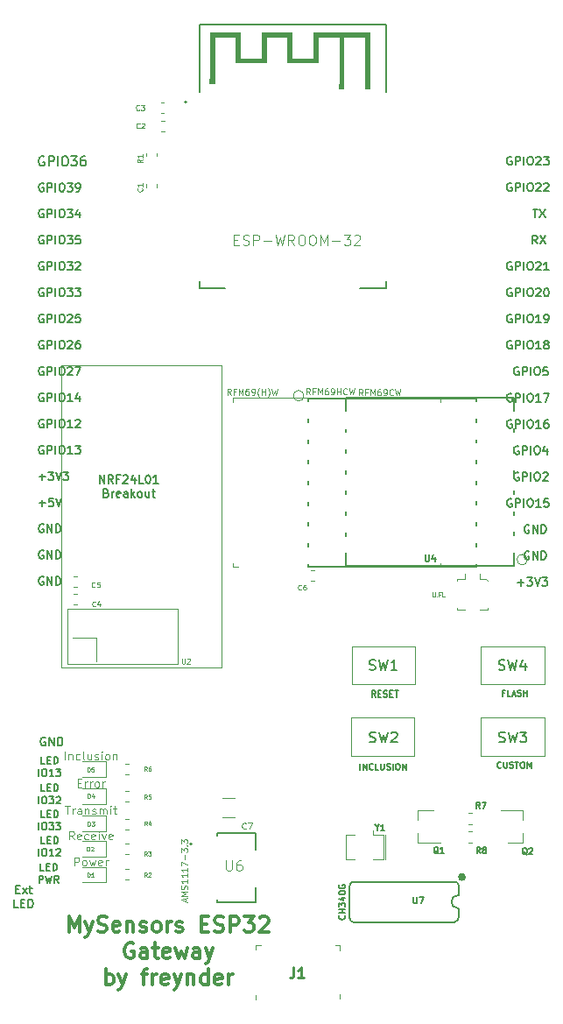
<source format=gto>
G04 #@! TF.GenerationSoftware,KiCad,Pcbnew,6.0.0-rc1-unknown-a6325aa~66~ubuntu18.04.1*
G04 #@! TF.CreationDate,2018-09-07T01:00:22+02:00*
G04 #@! TF.ProjectId,esp32-gateway,65737033322D676174657761792E6B69,v3*
G04 #@! TF.SameCoordinates,Original*
G04 #@! TF.FileFunction,Legend,Top*
G04 #@! TF.FilePolarity,Positive*
%FSLAX46Y46*%
G04 Gerber Fmt 4.6, Leading zero omitted, Abs format (unit mm)*
G04 Created by KiCad (PCBNEW 6.0.0-rc1-unknown-a6325aa~66~ubuntu18.04.1) date Fri Sep  7 01:00:22 2018*
%MOMM*%
%LPD*%
G01*
G04 APERTURE LIST*
%ADD10C,0.125000*%
%ADD11C,0.150000*%
%ADD12C,0.300000*%
%ADD13C,0.100000*%
%ADD14C,0.120000*%
%ADD15C,0.127000*%
%ADD16C,0.200000*%
%ADD17C,0.050000*%
%ADD18C,0.203200*%
%ADD19C,0.254000*%
%ADD20C,0.250000*%
G04 APERTURE END LIST*
D10*
X120345714Y-136871904D02*
X120345714Y-136071904D01*
X120726666Y-136338571D02*
X120726666Y-136871904D01*
X120726666Y-136414761D02*
X120764761Y-136376666D01*
X120840952Y-136338571D01*
X120955238Y-136338571D01*
X121031428Y-136376666D01*
X121069523Y-136452857D01*
X121069523Y-136871904D01*
X121793333Y-136833809D02*
X121717142Y-136871904D01*
X121564761Y-136871904D01*
X121488571Y-136833809D01*
X121450476Y-136795714D01*
X121412380Y-136719523D01*
X121412380Y-136490952D01*
X121450476Y-136414761D01*
X121488571Y-136376666D01*
X121564761Y-136338571D01*
X121717142Y-136338571D01*
X121793333Y-136376666D01*
X122250476Y-136871904D02*
X122174285Y-136833809D01*
X122136190Y-136757619D01*
X122136190Y-136071904D01*
X122898095Y-136338571D02*
X122898095Y-136871904D01*
X122555238Y-136338571D02*
X122555238Y-136757619D01*
X122593333Y-136833809D01*
X122669523Y-136871904D01*
X122783809Y-136871904D01*
X122860000Y-136833809D01*
X122898095Y-136795714D01*
X123240952Y-136833809D02*
X123317142Y-136871904D01*
X123469523Y-136871904D01*
X123545714Y-136833809D01*
X123583809Y-136757619D01*
X123583809Y-136719523D01*
X123545714Y-136643333D01*
X123469523Y-136605238D01*
X123355238Y-136605238D01*
X123279047Y-136567142D01*
X123240952Y-136490952D01*
X123240952Y-136452857D01*
X123279047Y-136376666D01*
X123355238Y-136338571D01*
X123469523Y-136338571D01*
X123545714Y-136376666D01*
X123926666Y-136871904D02*
X123926666Y-136338571D01*
X123926666Y-136071904D02*
X123888571Y-136110000D01*
X123926666Y-136148095D01*
X123964761Y-136110000D01*
X123926666Y-136071904D01*
X123926666Y-136148095D01*
X124421904Y-136871904D02*
X124345714Y-136833809D01*
X124307619Y-136795714D01*
X124269523Y-136719523D01*
X124269523Y-136490952D01*
X124307619Y-136414761D01*
X124345714Y-136376666D01*
X124421904Y-136338571D01*
X124536190Y-136338571D01*
X124612380Y-136376666D01*
X124650476Y-136414761D01*
X124688571Y-136490952D01*
X124688571Y-136719523D01*
X124650476Y-136795714D01*
X124612380Y-136833809D01*
X124536190Y-136871904D01*
X124421904Y-136871904D01*
X125031428Y-136338571D02*
X125031428Y-136871904D01*
X125031428Y-136414761D02*
X125069523Y-136376666D01*
X125145714Y-136338571D01*
X125260000Y-136338571D01*
X125336190Y-136376666D01*
X125374285Y-136452857D01*
X125374285Y-136871904D01*
D11*
X118423810Y-137256666D02*
X118090476Y-137256666D01*
X118090476Y-136556666D01*
X118657143Y-136890000D02*
X118890476Y-136890000D01*
X118990476Y-137256666D02*
X118657143Y-137256666D01*
X118657143Y-136556666D01*
X118990476Y-136556666D01*
X119290476Y-137256666D02*
X119290476Y-136556666D01*
X119457143Y-136556666D01*
X119557143Y-136590000D01*
X119623810Y-136656666D01*
X119657143Y-136723333D01*
X119690476Y-136856666D01*
X119690476Y-136956666D01*
X119657143Y-137090000D01*
X119623810Y-137156666D01*
X119557143Y-137223333D01*
X119457143Y-137256666D01*
X119290476Y-137256666D01*
X117840476Y-138456666D02*
X117840476Y-137756666D01*
X118307143Y-137756666D02*
X118440476Y-137756666D01*
X118507143Y-137790000D01*
X118573810Y-137856666D01*
X118607143Y-137990000D01*
X118607143Y-138223333D01*
X118573810Y-138356666D01*
X118507143Y-138423333D01*
X118440476Y-138456666D01*
X118307143Y-138456666D01*
X118240476Y-138423333D01*
X118173810Y-138356666D01*
X118140476Y-138223333D01*
X118140476Y-137990000D01*
X118173810Y-137856666D01*
X118240476Y-137790000D01*
X118307143Y-137756666D01*
X119273810Y-138456666D02*
X118873810Y-138456666D01*
X119073810Y-138456666D02*
X119073810Y-137756666D01*
X119007143Y-137856666D01*
X118940476Y-137923333D01*
X118873810Y-137956666D01*
X119507143Y-137756666D02*
X119940476Y-137756666D01*
X119707143Y-138023333D01*
X119807143Y-138023333D01*
X119873810Y-138056666D01*
X119907143Y-138090000D01*
X119940476Y-138156666D01*
X119940476Y-138323333D01*
X119907143Y-138390000D01*
X119873810Y-138423333D01*
X119807143Y-138456666D01*
X119607143Y-138456666D01*
X119540476Y-138423333D01*
X119507143Y-138390000D01*
D12*
X120762857Y-153518571D02*
X120762857Y-152018571D01*
X121262857Y-153090000D01*
X121762857Y-152018571D01*
X121762857Y-153518571D01*
X122334285Y-152518571D02*
X122691428Y-153518571D01*
X123048571Y-152518571D02*
X122691428Y-153518571D01*
X122548571Y-153875714D01*
X122477142Y-153947142D01*
X122334285Y-154018571D01*
X123548571Y-153447142D02*
X123762857Y-153518571D01*
X124120000Y-153518571D01*
X124262857Y-153447142D01*
X124334285Y-153375714D01*
X124405714Y-153232857D01*
X124405714Y-153090000D01*
X124334285Y-152947142D01*
X124262857Y-152875714D01*
X124120000Y-152804285D01*
X123834285Y-152732857D01*
X123691428Y-152661428D01*
X123620000Y-152590000D01*
X123548571Y-152447142D01*
X123548571Y-152304285D01*
X123620000Y-152161428D01*
X123691428Y-152090000D01*
X123834285Y-152018571D01*
X124191428Y-152018571D01*
X124405714Y-152090000D01*
X125620000Y-153447142D02*
X125477142Y-153518571D01*
X125191428Y-153518571D01*
X125048571Y-153447142D01*
X124977142Y-153304285D01*
X124977142Y-152732857D01*
X125048571Y-152590000D01*
X125191428Y-152518571D01*
X125477142Y-152518571D01*
X125620000Y-152590000D01*
X125691428Y-152732857D01*
X125691428Y-152875714D01*
X124977142Y-153018571D01*
X126334285Y-152518571D02*
X126334285Y-153518571D01*
X126334285Y-152661428D02*
X126405714Y-152590000D01*
X126548571Y-152518571D01*
X126762857Y-152518571D01*
X126905714Y-152590000D01*
X126977142Y-152732857D01*
X126977142Y-153518571D01*
X127620000Y-153447142D02*
X127762857Y-153518571D01*
X128048571Y-153518571D01*
X128191428Y-153447142D01*
X128262857Y-153304285D01*
X128262857Y-153232857D01*
X128191428Y-153090000D01*
X128048571Y-153018571D01*
X127834285Y-153018571D01*
X127691428Y-152947142D01*
X127620000Y-152804285D01*
X127620000Y-152732857D01*
X127691428Y-152590000D01*
X127834285Y-152518571D01*
X128048571Y-152518571D01*
X128191428Y-152590000D01*
X129120000Y-153518571D02*
X128977142Y-153447142D01*
X128905714Y-153375714D01*
X128834285Y-153232857D01*
X128834285Y-152804285D01*
X128905714Y-152661428D01*
X128977142Y-152590000D01*
X129120000Y-152518571D01*
X129334285Y-152518571D01*
X129477142Y-152590000D01*
X129548571Y-152661428D01*
X129620000Y-152804285D01*
X129620000Y-153232857D01*
X129548571Y-153375714D01*
X129477142Y-153447142D01*
X129334285Y-153518571D01*
X129120000Y-153518571D01*
X130262857Y-153518571D02*
X130262857Y-152518571D01*
X130262857Y-152804285D02*
X130334285Y-152661428D01*
X130405714Y-152590000D01*
X130548571Y-152518571D01*
X130691428Y-152518571D01*
X131120000Y-153447142D02*
X131262857Y-153518571D01*
X131548571Y-153518571D01*
X131691428Y-153447142D01*
X131762857Y-153304285D01*
X131762857Y-153232857D01*
X131691428Y-153090000D01*
X131548571Y-153018571D01*
X131334285Y-153018571D01*
X131191428Y-152947142D01*
X131120000Y-152804285D01*
X131120000Y-152732857D01*
X131191428Y-152590000D01*
X131334285Y-152518571D01*
X131548571Y-152518571D01*
X131691428Y-152590000D01*
X133548571Y-152732857D02*
X134048571Y-152732857D01*
X134262857Y-153518571D02*
X133548571Y-153518571D01*
X133548571Y-152018571D01*
X134262857Y-152018571D01*
X134834285Y-153447142D02*
X135048571Y-153518571D01*
X135405714Y-153518571D01*
X135548571Y-153447142D01*
X135620000Y-153375714D01*
X135691428Y-153232857D01*
X135691428Y-153090000D01*
X135620000Y-152947142D01*
X135548571Y-152875714D01*
X135405714Y-152804285D01*
X135120000Y-152732857D01*
X134977142Y-152661428D01*
X134905714Y-152590000D01*
X134834285Y-152447142D01*
X134834285Y-152304285D01*
X134905714Y-152161428D01*
X134977142Y-152090000D01*
X135120000Y-152018571D01*
X135477142Y-152018571D01*
X135691428Y-152090000D01*
X136334285Y-153518571D02*
X136334285Y-152018571D01*
X136905714Y-152018571D01*
X137048571Y-152090000D01*
X137120000Y-152161428D01*
X137191428Y-152304285D01*
X137191428Y-152518571D01*
X137120000Y-152661428D01*
X137048571Y-152732857D01*
X136905714Y-152804285D01*
X136334285Y-152804285D01*
X137691428Y-152018571D02*
X138620000Y-152018571D01*
X138120000Y-152590000D01*
X138334285Y-152590000D01*
X138477142Y-152661428D01*
X138548571Y-152732857D01*
X138620000Y-152875714D01*
X138620000Y-153232857D01*
X138548571Y-153375714D01*
X138477142Y-153447142D01*
X138334285Y-153518571D01*
X137905714Y-153518571D01*
X137762857Y-153447142D01*
X137691428Y-153375714D01*
X139191428Y-152161428D02*
X139262857Y-152090000D01*
X139405714Y-152018571D01*
X139762857Y-152018571D01*
X139905714Y-152090000D01*
X139977142Y-152161428D01*
X140048571Y-152304285D01*
X140048571Y-152447142D01*
X139977142Y-152661428D01*
X139120000Y-153518571D01*
X140048571Y-153518571D01*
X126977142Y-154640000D02*
X126834285Y-154568571D01*
X126620000Y-154568571D01*
X126405714Y-154640000D01*
X126262857Y-154782857D01*
X126191428Y-154925714D01*
X126120000Y-155211428D01*
X126120000Y-155425714D01*
X126191428Y-155711428D01*
X126262857Y-155854285D01*
X126405714Y-155997142D01*
X126620000Y-156068571D01*
X126762857Y-156068571D01*
X126977142Y-155997142D01*
X127048571Y-155925714D01*
X127048571Y-155425714D01*
X126762857Y-155425714D01*
X128334285Y-156068571D02*
X128334285Y-155282857D01*
X128262857Y-155140000D01*
X128120000Y-155068571D01*
X127834285Y-155068571D01*
X127691428Y-155140000D01*
X128334285Y-155997142D02*
X128191428Y-156068571D01*
X127834285Y-156068571D01*
X127691428Y-155997142D01*
X127620000Y-155854285D01*
X127620000Y-155711428D01*
X127691428Y-155568571D01*
X127834285Y-155497142D01*
X128191428Y-155497142D01*
X128334285Y-155425714D01*
X128834285Y-155068571D02*
X129405714Y-155068571D01*
X129048571Y-154568571D02*
X129048571Y-155854285D01*
X129120000Y-155997142D01*
X129262857Y-156068571D01*
X129405714Y-156068571D01*
X130477142Y-155997142D02*
X130334285Y-156068571D01*
X130048571Y-156068571D01*
X129905714Y-155997142D01*
X129834285Y-155854285D01*
X129834285Y-155282857D01*
X129905714Y-155140000D01*
X130048571Y-155068571D01*
X130334285Y-155068571D01*
X130477142Y-155140000D01*
X130548571Y-155282857D01*
X130548571Y-155425714D01*
X129834285Y-155568571D01*
X131048571Y-155068571D02*
X131334285Y-156068571D01*
X131620000Y-155354285D01*
X131905714Y-156068571D01*
X132191428Y-155068571D01*
X133405714Y-156068571D02*
X133405714Y-155282857D01*
X133334285Y-155140000D01*
X133191428Y-155068571D01*
X132905714Y-155068571D01*
X132762857Y-155140000D01*
X133405714Y-155997142D02*
X133262857Y-156068571D01*
X132905714Y-156068571D01*
X132762857Y-155997142D01*
X132691428Y-155854285D01*
X132691428Y-155711428D01*
X132762857Y-155568571D01*
X132905714Y-155497142D01*
X133262857Y-155497142D01*
X133405714Y-155425714D01*
X133977142Y-155068571D02*
X134334285Y-156068571D01*
X134691428Y-155068571D02*
X134334285Y-156068571D01*
X134191428Y-156425714D01*
X134120000Y-156497142D01*
X133977142Y-156568571D01*
X124334285Y-158618571D02*
X124334285Y-157118571D01*
X124334285Y-157690000D02*
X124477142Y-157618571D01*
X124762857Y-157618571D01*
X124905714Y-157690000D01*
X124977142Y-157761428D01*
X125048571Y-157904285D01*
X125048571Y-158332857D01*
X124977142Y-158475714D01*
X124905714Y-158547142D01*
X124762857Y-158618571D01*
X124477142Y-158618571D01*
X124334285Y-158547142D01*
X125548571Y-157618571D02*
X125905714Y-158618571D01*
X126262857Y-157618571D02*
X125905714Y-158618571D01*
X125762857Y-158975714D01*
X125691428Y-159047142D01*
X125548571Y-159118571D01*
X127762857Y-157618571D02*
X128334285Y-157618571D01*
X127977142Y-158618571D02*
X127977142Y-157332857D01*
X128048571Y-157190000D01*
X128191428Y-157118571D01*
X128334285Y-157118571D01*
X128834285Y-158618571D02*
X128834285Y-157618571D01*
X128834285Y-157904285D02*
X128905714Y-157761428D01*
X128977142Y-157690000D01*
X129120000Y-157618571D01*
X129262857Y-157618571D01*
X130334285Y-158547142D02*
X130191428Y-158618571D01*
X129905714Y-158618571D01*
X129762857Y-158547142D01*
X129691428Y-158404285D01*
X129691428Y-157832857D01*
X129762857Y-157690000D01*
X129905714Y-157618571D01*
X130191428Y-157618571D01*
X130334285Y-157690000D01*
X130405714Y-157832857D01*
X130405714Y-157975714D01*
X129691428Y-158118571D01*
X130905714Y-157618571D02*
X131262857Y-158618571D01*
X131620000Y-157618571D02*
X131262857Y-158618571D01*
X131120000Y-158975714D01*
X131048571Y-159047142D01*
X130905714Y-159118571D01*
X132191428Y-157618571D02*
X132191428Y-158618571D01*
X132191428Y-157761428D02*
X132262857Y-157690000D01*
X132405714Y-157618571D01*
X132620000Y-157618571D01*
X132762857Y-157690000D01*
X132834285Y-157832857D01*
X132834285Y-158618571D01*
X134191428Y-158618571D02*
X134191428Y-157118571D01*
X134191428Y-158547142D02*
X134048571Y-158618571D01*
X133762857Y-158618571D01*
X133620000Y-158547142D01*
X133548571Y-158475714D01*
X133477142Y-158332857D01*
X133477142Y-157904285D01*
X133548571Y-157761428D01*
X133620000Y-157690000D01*
X133762857Y-157618571D01*
X134048571Y-157618571D01*
X134191428Y-157690000D01*
X135477142Y-158547142D02*
X135334285Y-158618571D01*
X135048571Y-158618571D01*
X134905714Y-158547142D01*
X134834285Y-158404285D01*
X134834285Y-157832857D01*
X134905714Y-157690000D01*
X135048571Y-157618571D01*
X135334285Y-157618571D01*
X135477142Y-157690000D01*
X135548571Y-157832857D01*
X135548571Y-157975714D01*
X134834285Y-158118571D01*
X136191428Y-158618571D02*
X136191428Y-157618571D01*
X136191428Y-157904285D02*
X136262857Y-157761428D01*
X136334285Y-157690000D01*
X136477142Y-157618571D01*
X136620000Y-157618571D01*
D11*
X115626190Y-149407857D02*
X115892857Y-149407857D01*
X116007142Y-149826904D02*
X115626190Y-149826904D01*
X115626190Y-149026904D01*
X116007142Y-149026904D01*
X116273809Y-149826904D02*
X116692857Y-149293571D01*
X116273809Y-149293571D02*
X116692857Y-149826904D01*
X116883333Y-149293571D02*
X117188095Y-149293571D01*
X116997619Y-149026904D02*
X116997619Y-149712619D01*
X117035714Y-149788809D01*
X117111904Y-149826904D01*
X117188095Y-149826904D01*
X115835714Y-151176904D02*
X115454761Y-151176904D01*
X115454761Y-150376904D01*
X116102380Y-150757857D02*
X116369047Y-150757857D01*
X116483333Y-151176904D02*
X116102380Y-151176904D01*
X116102380Y-150376904D01*
X116483333Y-150376904D01*
X116826190Y-151176904D02*
X116826190Y-150376904D01*
X117016666Y-150376904D01*
X117130952Y-150415000D01*
X117207142Y-150491190D01*
X117245238Y-150567380D01*
X117283333Y-150719761D01*
X117283333Y-150834047D01*
X117245238Y-150986428D01*
X117207142Y-151062619D01*
X117130952Y-151138809D01*
X117016666Y-151176904D01*
X116826190Y-151176904D01*
X123710952Y-110136904D02*
X123710952Y-109336904D01*
X124168095Y-110136904D01*
X124168095Y-109336904D01*
X125006190Y-110136904D02*
X124739523Y-109755952D01*
X124549047Y-110136904D02*
X124549047Y-109336904D01*
X124853809Y-109336904D01*
X124930000Y-109375000D01*
X124968095Y-109413095D01*
X125006190Y-109489285D01*
X125006190Y-109603571D01*
X124968095Y-109679761D01*
X124930000Y-109717857D01*
X124853809Y-109755952D01*
X124549047Y-109755952D01*
X125615714Y-109717857D02*
X125349047Y-109717857D01*
X125349047Y-110136904D02*
X125349047Y-109336904D01*
X125730000Y-109336904D01*
X125996666Y-109413095D02*
X126034761Y-109375000D01*
X126110952Y-109336904D01*
X126301428Y-109336904D01*
X126377619Y-109375000D01*
X126415714Y-109413095D01*
X126453809Y-109489285D01*
X126453809Y-109565476D01*
X126415714Y-109679761D01*
X125958571Y-110136904D01*
X126453809Y-110136904D01*
X127139523Y-109603571D02*
X127139523Y-110136904D01*
X126949047Y-109298809D02*
X126758571Y-109870238D01*
X127253809Y-109870238D01*
X127939523Y-110136904D02*
X127558571Y-110136904D01*
X127558571Y-109336904D01*
X128358571Y-109336904D02*
X128434761Y-109336904D01*
X128510952Y-109375000D01*
X128549047Y-109413095D01*
X128587142Y-109489285D01*
X128625238Y-109641666D01*
X128625238Y-109832142D01*
X128587142Y-109984523D01*
X128549047Y-110060714D01*
X128510952Y-110098809D01*
X128434761Y-110136904D01*
X128358571Y-110136904D01*
X128282380Y-110098809D01*
X128244285Y-110060714D01*
X128206190Y-109984523D01*
X128168095Y-109832142D01*
X128168095Y-109641666D01*
X128206190Y-109489285D01*
X128244285Y-109413095D01*
X128282380Y-109375000D01*
X128358571Y-109336904D01*
X129387142Y-110136904D02*
X128930000Y-110136904D01*
X129158571Y-110136904D02*
X129158571Y-109336904D01*
X129082380Y-109451190D01*
X129006190Y-109527380D01*
X128930000Y-109565476D01*
X124358571Y-111067857D02*
X124472857Y-111105952D01*
X124510952Y-111144047D01*
X124549047Y-111220238D01*
X124549047Y-111334523D01*
X124510952Y-111410714D01*
X124472857Y-111448809D01*
X124396666Y-111486904D01*
X124091904Y-111486904D01*
X124091904Y-110686904D01*
X124358571Y-110686904D01*
X124434761Y-110725000D01*
X124472857Y-110763095D01*
X124510952Y-110839285D01*
X124510952Y-110915476D01*
X124472857Y-110991666D01*
X124434761Y-111029761D01*
X124358571Y-111067857D01*
X124091904Y-111067857D01*
X124891904Y-111486904D02*
X124891904Y-110953571D01*
X124891904Y-111105952D02*
X124930000Y-111029761D01*
X124968095Y-110991666D01*
X125044285Y-110953571D01*
X125120476Y-110953571D01*
X125691904Y-111448809D02*
X125615714Y-111486904D01*
X125463333Y-111486904D01*
X125387142Y-111448809D01*
X125349047Y-111372619D01*
X125349047Y-111067857D01*
X125387142Y-110991666D01*
X125463333Y-110953571D01*
X125615714Y-110953571D01*
X125691904Y-110991666D01*
X125730000Y-111067857D01*
X125730000Y-111144047D01*
X125349047Y-111220238D01*
X126415714Y-111486904D02*
X126415714Y-111067857D01*
X126377619Y-110991666D01*
X126301428Y-110953571D01*
X126149047Y-110953571D01*
X126072857Y-110991666D01*
X126415714Y-111448809D02*
X126339523Y-111486904D01*
X126149047Y-111486904D01*
X126072857Y-111448809D01*
X126034761Y-111372619D01*
X126034761Y-111296428D01*
X126072857Y-111220238D01*
X126149047Y-111182142D01*
X126339523Y-111182142D01*
X126415714Y-111144047D01*
X126796666Y-111486904D02*
X126796666Y-110686904D01*
X126872857Y-111182142D02*
X127101428Y-111486904D01*
X127101428Y-110953571D02*
X126796666Y-111258333D01*
X127558571Y-111486904D02*
X127482380Y-111448809D01*
X127444285Y-111410714D01*
X127406190Y-111334523D01*
X127406190Y-111105952D01*
X127444285Y-111029761D01*
X127482380Y-110991666D01*
X127558571Y-110953571D01*
X127672857Y-110953571D01*
X127749047Y-110991666D01*
X127787142Y-111029761D01*
X127825238Y-111105952D01*
X127825238Y-111334523D01*
X127787142Y-111410714D01*
X127749047Y-111448809D01*
X127672857Y-111486904D01*
X127558571Y-111486904D01*
X128510952Y-110953571D02*
X128510952Y-111486904D01*
X128168095Y-110953571D02*
X128168095Y-111372619D01*
X128206190Y-111448809D01*
X128282380Y-111486904D01*
X128396666Y-111486904D01*
X128472857Y-111448809D01*
X128510952Y-111410714D01*
X128777619Y-110953571D02*
X129082380Y-110953571D01*
X128891904Y-110686904D02*
X128891904Y-111372619D01*
X128930000Y-111448809D01*
X129006190Y-111486904D01*
X129082380Y-111486904D01*
X162530000Y-137614285D02*
X162501428Y-137642857D01*
X162415714Y-137671428D01*
X162358571Y-137671428D01*
X162272857Y-137642857D01*
X162215714Y-137585714D01*
X162187142Y-137528571D01*
X162158571Y-137414285D01*
X162158571Y-137328571D01*
X162187142Y-137214285D01*
X162215714Y-137157142D01*
X162272857Y-137100000D01*
X162358571Y-137071428D01*
X162415714Y-137071428D01*
X162501428Y-137100000D01*
X162530000Y-137128571D01*
X162787142Y-137071428D02*
X162787142Y-137557142D01*
X162815714Y-137614285D01*
X162844285Y-137642857D01*
X162901428Y-137671428D01*
X163015714Y-137671428D01*
X163072857Y-137642857D01*
X163101428Y-137614285D01*
X163130000Y-137557142D01*
X163130000Y-137071428D01*
X163387142Y-137642857D02*
X163472857Y-137671428D01*
X163615714Y-137671428D01*
X163672857Y-137642857D01*
X163701428Y-137614285D01*
X163730000Y-137557142D01*
X163730000Y-137500000D01*
X163701428Y-137442857D01*
X163672857Y-137414285D01*
X163615714Y-137385714D01*
X163501428Y-137357142D01*
X163444285Y-137328571D01*
X163415714Y-137300000D01*
X163387142Y-137242857D01*
X163387142Y-137185714D01*
X163415714Y-137128571D01*
X163444285Y-137100000D01*
X163501428Y-137071428D01*
X163644285Y-137071428D01*
X163730000Y-137100000D01*
X163901428Y-137071428D02*
X164244285Y-137071428D01*
X164072857Y-137671428D02*
X164072857Y-137071428D01*
X164558571Y-137071428D02*
X164672857Y-137071428D01*
X164730000Y-137100000D01*
X164787142Y-137157142D01*
X164815714Y-137271428D01*
X164815714Y-137471428D01*
X164787142Y-137585714D01*
X164730000Y-137642857D01*
X164672857Y-137671428D01*
X164558571Y-137671428D01*
X164501428Y-137642857D01*
X164444285Y-137585714D01*
X164415714Y-137471428D01*
X164415714Y-137271428D01*
X164444285Y-137157142D01*
X164501428Y-137100000D01*
X164558571Y-137071428D01*
X165072857Y-137671428D02*
X165072857Y-137071428D01*
X165272857Y-137500000D01*
X165472857Y-137071428D01*
X165472857Y-137671428D01*
X148891428Y-137831428D02*
X148891428Y-137231428D01*
X149177142Y-137831428D02*
X149177142Y-137231428D01*
X149520000Y-137831428D01*
X149520000Y-137231428D01*
X150148571Y-137774285D02*
X150120000Y-137802857D01*
X150034285Y-137831428D01*
X149977142Y-137831428D01*
X149891428Y-137802857D01*
X149834285Y-137745714D01*
X149805714Y-137688571D01*
X149777142Y-137574285D01*
X149777142Y-137488571D01*
X149805714Y-137374285D01*
X149834285Y-137317142D01*
X149891428Y-137260000D01*
X149977142Y-137231428D01*
X150034285Y-137231428D01*
X150120000Y-137260000D01*
X150148571Y-137288571D01*
X150691428Y-137831428D02*
X150405714Y-137831428D01*
X150405714Y-137231428D01*
X150891428Y-137231428D02*
X150891428Y-137717142D01*
X150920000Y-137774285D01*
X150948571Y-137802857D01*
X151005714Y-137831428D01*
X151120000Y-137831428D01*
X151177142Y-137802857D01*
X151205714Y-137774285D01*
X151234285Y-137717142D01*
X151234285Y-137231428D01*
X151491428Y-137802857D02*
X151577142Y-137831428D01*
X151720000Y-137831428D01*
X151777142Y-137802857D01*
X151805714Y-137774285D01*
X151834285Y-137717142D01*
X151834285Y-137660000D01*
X151805714Y-137602857D01*
X151777142Y-137574285D01*
X151720000Y-137545714D01*
X151605714Y-137517142D01*
X151548571Y-137488571D01*
X151520000Y-137460000D01*
X151491428Y-137402857D01*
X151491428Y-137345714D01*
X151520000Y-137288571D01*
X151548571Y-137260000D01*
X151605714Y-137231428D01*
X151748571Y-137231428D01*
X151834285Y-137260000D01*
X152091428Y-137831428D02*
X152091428Y-137231428D01*
X152491428Y-137231428D02*
X152605714Y-137231428D01*
X152662857Y-137260000D01*
X152720000Y-137317142D01*
X152748571Y-137431428D01*
X152748571Y-137631428D01*
X152720000Y-137745714D01*
X152662857Y-137802857D01*
X152605714Y-137831428D01*
X152491428Y-137831428D01*
X152434285Y-137802857D01*
X152377142Y-137745714D01*
X152348571Y-137631428D01*
X152348571Y-137431428D01*
X152377142Y-137317142D01*
X152434285Y-137260000D01*
X152491428Y-137231428D01*
X153005714Y-137831428D02*
X153005714Y-137231428D01*
X153348571Y-137831428D01*
X153348571Y-137231428D01*
X162855714Y-130407142D02*
X162655714Y-130407142D01*
X162655714Y-130721428D02*
X162655714Y-130121428D01*
X162941428Y-130121428D01*
X163455714Y-130721428D02*
X163170000Y-130721428D01*
X163170000Y-130121428D01*
X163627142Y-130550000D02*
X163912857Y-130550000D01*
X163570000Y-130721428D02*
X163770000Y-130121428D01*
X163970000Y-130721428D01*
X164141428Y-130692857D02*
X164227142Y-130721428D01*
X164370000Y-130721428D01*
X164427142Y-130692857D01*
X164455714Y-130664285D01*
X164484285Y-130607142D01*
X164484285Y-130550000D01*
X164455714Y-130492857D01*
X164427142Y-130464285D01*
X164370000Y-130435714D01*
X164255714Y-130407142D01*
X164198571Y-130378571D01*
X164170000Y-130350000D01*
X164141428Y-130292857D01*
X164141428Y-130235714D01*
X164170000Y-130178571D01*
X164198571Y-130150000D01*
X164255714Y-130121428D01*
X164398571Y-130121428D01*
X164484285Y-130150000D01*
X164741428Y-130721428D02*
X164741428Y-130121428D01*
X164741428Y-130407142D02*
X165084285Y-130407142D01*
X165084285Y-130721428D02*
X165084285Y-130121428D01*
X150398571Y-130791428D02*
X150198571Y-130505714D01*
X150055714Y-130791428D02*
X150055714Y-130191428D01*
X150284285Y-130191428D01*
X150341428Y-130220000D01*
X150370000Y-130248571D01*
X150398571Y-130305714D01*
X150398571Y-130391428D01*
X150370000Y-130448571D01*
X150341428Y-130477142D01*
X150284285Y-130505714D01*
X150055714Y-130505714D01*
X150655714Y-130477142D02*
X150855714Y-130477142D01*
X150941428Y-130791428D02*
X150655714Y-130791428D01*
X150655714Y-130191428D01*
X150941428Y-130191428D01*
X151170000Y-130762857D02*
X151255714Y-130791428D01*
X151398571Y-130791428D01*
X151455714Y-130762857D01*
X151484285Y-130734285D01*
X151512857Y-130677142D01*
X151512857Y-130620000D01*
X151484285Y-130562857D01*
X151455714Y-130534285D01*
X151398571Y-130505714D01*
X151284285Y-130477142D01*
X151227142Y-130448571D01*
X151198571Y-130420000D01*
X151170000Y-130362857D01*
X151170000Y-130305714D01*
X151198571Y-130248571D01*
X151227142Y-130220000D01*
X151284285Y-130191428D01*
X151427142Y-130191428D01*
X151512857Y-130220000D01*
X151770000Y-130477142D02*
X151970000Y-130477142D01*
X152055714Y-130791428D02*
X151770000Y-130791428D01*
X151770000Y-130191428D01*
X152055714Y-130191428D01*
X152227142Y-130191428D02*
X152570000Y-130191428D01*
X152398571Y-130791428D02*
X152398571Y-130191428D01*
D13*
X155927142Y-120710952D02*
X155927142Y-121034761D01*
X155946190Y-121072857D01*
X155965238Y-121091904D01*
X156003333Y-121110952D01*
X156079523Y-121110952D01*
X156117619Y-121091904D01*
X156136666Y-121072857D01*
X156155714Y-121034761D01*
X156155714Y-120710952D01*
X156346190Y-121072857D02*
X156365238Y-121091904D01*
X156346190Y-121110952D01*
X156327142Y-121091904D01*
X156346190Y-121072857D01*
X156346190Y-121110952D01*
X156670000Y-120901428D02*
X156536666Y-120901428D01*
X156536666Y-121110952D02*
X156536666Y-120710952D01*
X156727142Y-120710952D01*
X157070000Y-121110952D02*
X156879523Y-121110952D01*
X156879523Y-120710952D01*
D10*
X136397142Y-101611428D02*
X136197142Y-101325714D01*
X136054285Y-101611428D02*
X136054285Y-101011428D01*
X136282857Y-101011428D01*
X136340000Y-101040000D01*
X136368571Y-101068571D01*
X136397142Y-101125714D01*
X136397142Y-101211428D01*
X136368571Y-101268571D01*
X136340000Y-101297142D01*
X136282857Y-101325714D01*
X136054285Y-101325714D01*
X136854285Y-101297142D02*
X136654285Y-101297142D01*
X136654285Y-101611428D02*
X136654285Y-101011428D01*
X136940000Y-101011428D01*
X137168571Y-101611428D02*
X137168571Y-101011428D01*
X137368571Y-101440000D01*
X137568571Y-101011428D01*
X137568571Y-101611428D01*
X138111428Y-101011428D02*
X137997142Y-101011428D01*
X137940000Y-101040000D01*
X137911428Y-101068571D01*
X137854285Y-101154285D01*
X137825714Y-101268571D01*
X137825714Y-101497142D01*
X137854285Y-101554285D01*
X137882857Y-101582857D01*
X137940000Y-101611428D01*
X138054285Y-101611428D01*
X138111428Y-101582857D01*
X138140000Y-101554285D01*
X138168571Y-101497142D01*
X138168571Y-101354285D01*
X138140000Y-101297142D01*
X138111428Y-101268571D01*
X138054285Y-101240000D01*
X137940000Y-101240000D01*
X137882857Y-101268571D01*
X137854285Y-101297142D01*
X137825714Y-101354285D01*
X138454285Y-101611428D02*
X138568571Y-101611428D01*
X138625714Y-101582857D01*
X138654285Y-101554285D01*
X138711428Y-101468571D01*
X138740000Y-101354285D01*
X138740000Y-101125714D01*
X138711428Y-101068571D01*
X138682857Y-101040000D01*
X138625714Y-101011428D01*
X138511428Y-101011428D01*
X138454285Y-101040000D01*
X138425714Y-101068571D01*
X138397142Y-101125714D01*
X138397142Y-101268571D01*
X138425714Y-101325714D01*
X138454285Y-101354285D01*
X138511428Y-101382857D01*
X138625714Y-101382857D01*
X138682857Y-101354285D01*
X138711428Y-101325714D01*
X138740000Y-101268571D01*
X139168571Y-101840000D02*
X139140000Y-101811428D01*
X139082857Y-101725714D01*
X139054285Y-101668571D01*
X139025714Y-101582857D01*
X138997142Y-101440000D01*
X138997142Y-101325714D01*
X139025714Y-101182857D01*
X139054285Y-101097142D01*
X139082857Y-101040000D01*
X139140000Y-100954285D01*
X139168571Y-100925714D01*
X139397142Y-101611428D02*
X139397142Y-101011428D01*
X139397142Y-101297142D02*
X139740000Y-101297142D01*
X139740000Y-101611428D02*
X139740000Y-101011428D01*
X139968571Y-101840000D02*
X139997142Y-101811428D01*
X140054285Y-101725714D01*
X140082857Y-101668571D01*
X140111428Y-101582857D01*
X140140000Y-101440000D01*
X140140000Y-101325714D01*
X140111428Y-101182857D01*
X140082857Y-101097142D01*
X140054285Y-101040000D01*
X139997142Y-100954285D01*
X139968571Y-100925714D01*
X140368571Y-101011428D02*
X140511428Y-101611428D01*
X140625714Y-101182857D01*
X140740000Y-101611428D01*
X140882857Y-101011428D01*
X121279047Y-147111904D02*
X121279047Y-146311904D01*
X121583809Y-146311904D01*
X121660000Y-146350000D01*
X121698095Y-146388095D01*
X121736190Y-146464285D01*
X121736190Y-146578571D01*
X121698095Y-146654761D01*
X121660000Y-146692857D01*
X121583809Y-146730952D01*
X121279047Y-146730952D01*
X122193333Y-147111904D02*
X122117142Y-147073809D01*
X122079047Y-147035714D01*
X122040952Y-146959523D01*
X122040952Y-146730952D01*
X122079047Y-146654761D01*
X122117142Y-146616666D01*
X122193333Y-146578571D01*
X122307619Y-146578571D01*
X122383809Y-146616666D01*
X122421904Y-146654761D01*
X122460000Y-146730952D01*
X122460000Y-146959523D01*
X122421904Y-147035714D01*
X122383809Y-147073809D01*
X122307619Y-147111904D01*
X122193333Y-147111904D01*
X122726666Y-146578571D02*
X122879047Y-147111904D01*
X123031428Y-146730952D01*
X123183809Y-147111904D01*
X123336190Y-146578571D01*
X123945714Y-147073809D02*
X123869523Y-147111904D01*
X123717142Y-147111904D01*
X123640952Y-147073809D01*
X123602857Y-146997619D01*
X123602857Y-146692857D01*
X123640952Y-146616666D01*
X123717142Y-146578571D01*
X123869523Y-146578571D01*
X123945714Y-146616666D01*
X123983809Y-146692857D01*
X123983809Y-146769047D01*
X123602857Y-146845238D01*
X124326666Y-147111904D02*
X124326666Y-146578571D01*
X124326666Y-146730952D02*
X124364761Y-146654761D01*
X124402857Y-146616666D01*
X124479047Y-146578571D01*
X124555238Y-146578571D01*
X121240952Y-144581904D02*
X120974285Y-144200952D01*
X120783809Y-144581904D02*
X120783809Y-143781904D01*
X121088571Y-143781904D01*
X121164761Y-143820000D01*
X121202857Y-143858095D01*
X121240952Y-143934285D01*
X121240952Y-144048571D01*
X121202857Y-144124761D01*
X121164761Y-144162857D01*
X121088571Y-144200952D01*
X120783809Y-144200952D01*
X121888571Y-144543809D02*
X121812380Y-144581904D01*
X121660000Y-144581904D01*
X121583809Y-144543809D01*
X121545714Y-144467619D01*
X121545714Y-144162857D01*
X121583809Y-144086666D01*
X121660000Y-144048571D01*
X121812380Y-144048571D01*
X121888571Y-144086666D01*
X121926666Y-144162857D01*
X121926666Y-144239047D01*
X121545714Y-144315238D01*
X122612380Y-144543809D02*
X122536190Y-144581904D01*
X122383809Y-144581904D01*
X122307619Y-144543809D01*
X122269523Y-144505714D01*
X122231428Y-144429523D01*
X122231428Y-144200952D01*
X122269523Y-144124761D01*
X122307619Y-144086666D01*
X122383809Y-144048571D01*
X122536190Y-144048571D01*
X122612380Y-144086666D01*
X123260000Y-144543809D02*
X123183809Y-144581904D01*
X123031428Y-144581904D01*
X122955238Y-144543809D01*
X122917142Y-144467619D01*
X122917142Y-144162857D01*
X122955238Y-144086666D01*
X123031428Y-144048571D01*
X123183809Y-144048571D01*
X123260000Y-144086666D01*
X123298095Y-144162857D01*
X123298095Y-144239047D01*
X122917142Y-144315238D01*
X123640952Y-144581904D02*
X123640952Y-144048571D01*
X123640952Y-143781904D02*
X123602857Y-143820000D01*
X123640952Y-143858095D01*
X123679047Y-143820000D01*
X123640952Y-143781904D01*
X123640952Y-143858095D01*
X123945714Y-144048571D02*
X124136190Y-144581904D01*
X124326666Y-144048571D01*
X124936190Y-144543809D02*
X124860000Y-144581904D01*
X124707619Y-144581904D01*
X124631428Y-144543809D01*
X124593333Y-144467619D01*
X124593333Y-144162857D01*
X124631428Y-144086666D01*
X124707619Y-144048571D01*
X124860000Y-144048571D01*
X124936190Y-144086666D01*
X124974285Y-144162857D01*
X124974285Y-144239047D01*
X124593333Y-144315238D01*
X120383809Y-141331904D02*
X120840952Y-141331904D01*
X120612380Y-142131904D02*
X120612380Y-141331904D01*
X121107619Y-142131904D02*
X121107619Y-141598571D01*
X121107619Y-141750952D02*
X121145714Y-141674761D01*
X121183809Y-141636666D01*
X121260000Y-141598571D01*
X121336190Y-141598571D01*
X121945714Y-142131904D02*
X121945714Y-141712857D01*
X121907619Y-141636666D01*
X121831428Y-141598571D01*
X121679047Y-141598571D01*
X121602857Y-141636666D01*
X121945714Y-142093809D02*
X121869523Y-142131904D01*
X121679047Y-142131904D01*
X121602857Y-142093809D01*
X121564761Y-142017619D01*
X121564761Y-141941428D01*
X121602857Y-141865238D01*
X121679047Y-141827142D01*
X121869523Y-141827142D01*
X121945714Y-141789047D01*
X122326666Y-141598571D02*
X122326666Y-142131904D01*
X122326666Y-141674761D02*
X122364761Y-141636666D01*
X122440952Y-141598571D01*
X122555238Y-141598571D01*
X122631428Y-141636666D01*
X122669523Y-141712857D01*
X122669523Y-142131904D01*
X123012380Y-142093809D02*
X123088571Y-142131904D01*
X123240952Y-142131904D01*
X123317142Y-142093809D01*
X123355238Y-142017619D01*
X123355238Y-141979523D01*
X123317142Y-141903333D01*
X123240952Y-141865238D01*
X123126666Y-141865238D01*
X123050476Y-141827142D01*
X123012380Y-141750952D01*
X123012380Y-141712857D01*
X123050476Y-141636666D01*
X123126666Y-141598571D01*
X123240952Y-141598571D01*
X123317142Y-141636666D01*
X123698095Y-142131904D02*
X123698095Y-141598571D01*
X123698095Y-141674761D02*
X123736190Y-141636666D01*
X123812380Y-141598571D01*
X123926666Y-141598571D01*
X124002857Y-141636666D01*
X124040952Y-141712857D01*
X124040952Y-142131904D01*
X124040952Y-141712857D02*
X124079047Y-141636666D01*
X124155238Y-141598571D01*
X124269523Y-141598571D01*
X124345714Y-141636666D01*
X124383809Y-141712857D01*
X124383809Y-142131904D01*
X124764761Y-142131904D02*
X124764761Y-141598571D01*
X124764761Y-141331904D02*
X124726666Y-141370000D01*
X124764761Y-141408095D01*
X124802857Y-141370000D01*
X124764761Y-141331904D01*
X124764761Y-141408095D01*
X125031428Y-141598571D02*
X125336190Y-141598571D01*
X125145714Y-141331904D02*
X125145714Y-142017619D01*
X125183809Y-142093809D01*
X125260000Y-142131904D01*
X125336190Y-142131904D01*
X121583809Y-139102857D02*
X121850476Y-139102857D01*
X121964761Y-139521904D02*
X121583809Y-139521904D01*
X121583809Y-138721904D01*
X121964761Y-138721904D01*
X122307619Y-139521904D02*
X122307619Y-138988571D01*
X122307619Y-139140952D02*
X122345714Y-139064761D01*
X122383809Y-139026666D01*
X122460000Y-138988571D01*
X122536190Y-138988571D01*
X122802857Y-139521904D02*
X122802857Y-138988571D01*
X122802857Y-139140952D02*
X122840952Y-139064761D01*
X122879047Y-139026666D01*
X122955238Y-138988571D01*
X123031428Y-138988571D01*
X123412380Y-139521904D02*
X123336190Y-139483809D01*
X123298095Y-139445714D01*
X123260000Y-139369523D01*
X123260000Y-139140952D01*
X123298095Y-139064761D01*
X123336190Y-139026666D01*
X123412380Y-138988571D01*
X123526666Y-138988571D01*
X123602857Y-139026666D01*
X123640952Y-139064761D01*
X123679047Y-139140952D01*
X123679047Y-139369523D01*
X123640952Y-139445714D01*
X123602857Y-139483809D01*
X123526666Y-139521904D01*
X123412380Y-139521904D01*
X124021904Y-139521904D02*
X124021904Y-138988571D01*
X124021904Y-139140952D02*
X124060000Y-139064761D01*
X124098095Y-139026666D01*
X124174285Y-138988571D01*
X124250476Y-138988571D01*
D11*
X164139048Y-119747142D02*
X164748572Y-119747142D01*
X164443810Y-120051904D02*
X164443810Y-119442380D01*
X165053333Y-119251904D02*
X165548572Y-119251904D01*
X165281905Y-119556666D01*
X165396191Y-119556666D01*
X165472381Y-119594761D01*
X165510476Y-119632857D01*
X165548572Y-119709047D01*
X165548572Y-119899523D01*
X165510476Y-119975714D01*
X165472381Y-120013809D01*
X165396191Y-120051904D01*
X165167619Y-120051904D01*
X165091429Y-120013809D01*
X165053333Y-119975714D01*
X165777143Y-119251904D02*
X166043810Y-120051904D01*
X166310476Y-119251904D01*
X166500952Y-119251904D02*
X166996191Y-119251904D01*
X166729524Y-119556666D01*
X166843810Y-119556666D01*
X166920000Y-119594761D01*
X166958095Y-119632857D01*
X166996191Y-119709047D01*
X166996191Y-119899523D01*
X166958095Y-119975714D01*
X166920000Y-120013809D01*
X166843810Y-120051904D01*
X166615238Y-120051904D01*
X166539048Y-120013809D01*
X166500952Y-119975714D01*
X165224762Y-116748125D02*
X165148571Y-116710029D01*
X165034286Y-116710029D01*
X164920000Y-116748125D01*
X164843809Y-116824315D01*
X164805714Y-116900505D01*
X164767619Y-117052886D01*
X164767619Y-117167172D01*
X164805714Y-117319553D01*
X164843809Y-117395744D01*
X164920000Y-117471934D01*
X165034286Y-117510029D01*
X165110476Y-117510029D01*
X165224762Y-117471934D01*
X165262857Y-117433839D01*
X165262857Y-117167172D01*
X165110476Y-117167172D01*
X165605714Y-117510029D02*
X165605714Y-116710029D01*
X166062857Y-117510029D01*
X166062857Y-116710029D01*
X166443809Y-117510029D02*
X166443809Y-116710029D01*
X166634286Y-116710029D01*
X166748571Y-116748125D01*
X166824762Y-116824315D01*
X166862857Y-116900505D01*
X166900952Y-117052886D01*
X166900952Y-117167172D01*
X166862857Y-117319553D01*
X166824762Y-117395744D01*
X166748571Y-117471934D01*
X166634286Y-117510029D01*
X166443809Y-117510029D01*
X165224762Y-114206250D02*
X165148571Y-114168154D01*
X165034286Y-114168154D01*
X164920000Y-114206250D01*
X164843809Y-114282440D01*
X164805714Y-114358630D01*
X164767619Y-114511011D01*
X164767619Y-114625297D01*
X164805714Y-114777678D01*
X164843809Y-114853869D01*
X164920000Y-114930059D01*
X165034286Y-114968154D01*
X165110476Y-114968154D01*
X165224762Y-114930059D01*
X165262857Y-114891964D01*
X165262857Y-114625297D01*
X165110476Y-114625297D01*
X165605714Y-114968154D02*
X165605714Y-114168154D01*
X166062857Y-114968154D01*
X166062857Y-114168154D01*
X166443809Y-114968154D02*
X166443809Y-114168154D01*
X166634286Y-114168154D01*
X166748571Y-114206250D01*
X166824762Y-114282440D01*
X166862857Y-114358630D01*
X166900952Y-114511011D01*
X166900952Y-114625297D01*
X166862857Y-114777678D01*
X166824762Y-114853869D01*
X166748571Y-114930059D01*
X166634286Y-114968154D01*
X166443809Y-114968154D01*
X163558095Y-111664375D02*
X163481904Y-111626279D01*
X163367619Y-111626279D01*
X163253333Y-111664375D01*
X163177142Y-111740565D01*
X163139047Y-111816755D01*
X163100952Y-111969136D01*
X163100952Y-112083422D01*
X163139047Y-112235803D01*
X163177142Y-112311994D01*
X163253333Y-112388184D01*
X163367619Y-112426279D01*
X163443809Y-112426279D01*
X163558095Y-112388184D01*
X163596190Y-112350089D01*
X163596190Y-112083422D01*
X163443809Y-112083422D01*
X163939047Y-112426279D02*
X163939047Y-111626279D01*
X164243809Y-111626279D01*
X164320000Y-111664375D01*
X164358095Y-111702470D01*
X164396190Y-111778660D01*
X164396190Y-111892946D01*
X164358095Y-111969136D01*
X164320000Y-112007232D01*
X164243809Y-112045327D01*
X163939047Y-112045327D01*
X164739047Y-112426279D02*
X164739047Y-111626279D01*
X165272380Y-111626279D02*
X165424761Y-111626279D01*
X165500952Y-111664375D01*
X165577142Y-111740565D01*
X165615238Y-111892946D01*
X165615238Y-112159613D01*
X165577142Y-112311994D01*
X165500952Y-112388184D01*
X165424761Y-112426279D01*
X165272380Y-112426279D01*
X165196190Y-112388184D01*
X165120000Y-112311994D01*
X165081904Y-112159613D01*
X165081904Y-111892946D01*
X165120000Y-111740565D01*
X165196190Y-111664375D01*
X165272380Y-111626279D01*
X166377142Y-112426279D02*
X165920000Y-112426279D01*
X166148571Y-112426279D02*
X166148571Y-111626279D01*
X166072380Y-111740565D01*
X165996190Y-111816755D01*
X165920000Y-111854851D01*
X167100952Y-111626279D02*
X166720000Y-111626279D01*
X166681904Y-112007232D01*
X166720000Y-111969136D01*
X166796190Y-111931041D01*
X166986666Y-111931041D01*
X167062857Y-111969136D01*
X167100952Y-112007232D01*
X167139047Y-112083422D01*
X167139047Y-112273898D01*
X167100952Y-112350089D01*
X167062857Y-112388184D01*
X166986666Y-112426279D01*
X166796190Y-112426279D01*
X166720000Y-112388184D01*
X166681904Y-112350089D01*
X164224762Y-109122500D02*
X164148572Y-109084404D01*
X164034286Y-109084404D01*
X163920000Y-109122500D01*
X163843810Y-109198690D01*
X163805715Y-109274880D01*
X163767619Y-109427261D01*
X163767619Y-109541547D01*
X163805715Y-109693928D01*
X163843810Y-109770119D01*
X163920000Y-109846309D01*
X164034286Y-109884404D01*
X164110476Y-109884404D01*
X164224762Y-109846309D01*
X164262857Y-109808214D01*
X164262857Y-109541547D01*
X164110476Y-109541547D01*
X164605715Y-109884404D02*
X164605715Y-109084404D01*
X164910476Y-109084404D01*
X164986667Y-109122500D01*
X165024762Y-109160595D01*
X165062857Y-109236785D01*
X165062857Y-109351071D01*
X165024762Y-109427261D01*
X164986667Y-109465357D01*
X164910476Y-109503452D01*
X164605715Y-109503452D01*
X165405715Y-109884404D02*
X165405715Y-109084404D01*
X165939048Y-109084404D02*
X166091429Y-109084404D01*
X166167619Y-109122500D01*
X166243810Y-109198690D01*
X166281905Y-109351071D01*
X166281905Y-109617738D01*
X166243810Y-109770119D01*
X166167619Y-109846309D01*
X166091429Y-109884404D01*
X165939048Y-109884404D01*
X165862857Y-109846309D01*
X165786667Y-109770119D01*
X165748572Y-109617738D01*
X165748572Y-109351071D01*
X165786667Y-109198690D01*
X165862857Y-109122500D01*
X165939048Y-109084404D01*
X166586667Y-109160595D02*
X166624762Y-109122500D01*
X166700953Y-109084404D01*
X166891429Y-109084404D01*
X166967619Y-109122500D01*
X167005715Y-109160595D01*
X167043810Y-109236785D01*
X167043810Y-109312976D01*
X167005715Y-109427261D01*
X166548572Y-109884404D01*
X167043810Y-109884404D01*
X164224762Y-106580625D02*
X164148572Y-106542529D01*
X164034286Y-106542529D01*
X163920000Y-106580625D01*
X163843810Y-106656815D01*
X163805715Y-106733005D01*
X163767619Y-106885386D01*
X163767619Y-106999672D01*
X163805715Y-107152053D01*
X163843810Y-107228244D01*
X163920000Y-107304434D01*
X164034286Y-107342529D01*
X164110476Y-107342529D01*
X164224762Y-107304434D01*
X164262857Y-107266339D01*
X164262857Y-106999672D01*
X164110476Y-106999672D01*
X164605715Y-107342529D02*
X164605715Y-106542529D01*
X164910476Y-106542529D01*
X164986667Y-106580625D01*
X165024762Y-106618720D01*
X165062857Y-106694910D01*
X165062857Y-106809196D01*
X165024762Y-106885386D01*
X164986667Y-106923482D01*
X164910476Y-106961577D01*
X164605715Y-106961577D01*
X165405715Y-107342529D02*
X165405715Y-106542529D01*
X165939048Y-106542529D02*
X166091429Y-106542529D01*
X166167619Y-106580625D01*
X166243810Y-106656815D01*
X166281905Y-106809196D01*
X166281905Y-107075863D01*
X166243810Y-107228244D01*
X166167619Y-107304434D01*
X166091429Y-107342529D01*
X165939048Y-107342529D01*
X165862857Y-107304434D01*
X165786667Y-107228244D01*
X165748572Y-107075863D01*
X165748572Y-106809196D01*
X165786667Y-106656815D01*
X165862857Y-106580625D01*
X165939048Y-106542529D01*
X166967619Y-106809196D02*
X166967619Y-107342529D01*
X166777143Y-106504434D02*
X166586667Y-107075863D01*
X167081905Y-107075863D01*
X163558095Y-104038750D02*
X163481904Y-104000654D01*
X163367619Y-104000654D01*
X163253333Y-104038750D01*
X163177142Y-104114940D01*
X163139047Y-104191130D01*
X163100952Y-104343511D01*
X163100952Y-104457797D01*
X163139047Y-104610178D01*
X163177142Y-104686369D01*
X163253333Y-104762559D01*
X163367619Y-104800654D01*
X163443809Y-104800654D01*
X163558095Y-104762559D01*
X163596190Y-104724464D01*
X163596190Y-104457797D01*
X163443809Y-104457797D01*
X163939047Y-104800654D02*
X163939047Y-104000654D01*
X164243809Y-104000654D01*
X164320000Y-104038750D01*
X164358095Y-104076845D01*
X164396190Y-104153035D01*
X164396190Y-104267321D01*
X164358095Y-104343511D01*
X164320000Y-104381607D01*
X164243809Y-104419702D01*
X163939047Y-104419702D01*
X164739047Y-104800654D02*
X164739047Y-104000654D01*
X165272380Y-104000654D02*
X165424761Y-104000654D01*
X165500952Y-104038750D01*
X165577142Y-104114940D01*
X165615238Y-104267321D01*
X165615238Y-104533988D01*
X165577142Y-104686369D01*
X165500952Y-104762559D01*
X165424761Y-104800654D01*
X165272380Y-104800654D01*
X165196190Y-104762559D01*
X165120000Y-104686369D01*
X165081904Y-104533988D01*
X165081904Y-104267321D01*
X165120000Y-104114940D01*
X165196190Y-104038750D01*
X165272380Y-104000654D01*
X166377142Y-104800654D02*
X165920000Y-104800654D01*
X166148571Y-104800654D02*
X166148571Y-104000654D01*
X166072380Y-104114940D01*
X165996190Y-104191130D01*
X165920000Y-104229226D01*
X167062857Y-104000654D02*
X166910476Y-104000654D01*
X166834285Y-104038750D01*
X166796190Y-104076845D01*
X166720000Y-104191130D01*
X166681904Y-104343511D01*
X166681904Y-104648273D01*
X166720000Y-104724464D01*
X166758095Y-104762559D01*
X166834285Y-104800654D01*
X166986666Y-104800654D01*
X167062857Y-104762559D01*
X167100952Y-104724464D01*
X167139047Y-104648273D01*
X167139047Y-104457797D01*
X167100952Y-104381607D01*
X167062857Y-104343511D01*
X166986666Y-104305416D01*
X166834285Y-104305416D01*
X166758095Y-104343511D01*
X166720000Y-104381607D01*
X166681904Y-104457797D01*
X163558095Y-101496875D02*
X163481904Y-101458779D01*
X163367619Y-101458779D01*
X163253333Y-101496875D01*
X163177142Y-101573065D01*
X163139047Y-101649255D01*
X163100952Y-101801636D01*
X163100952Y-101915922D01*
X163139047Y-102068303D01*
X163177142Y-102144494D01*
X163253333Y-102220684D01*
X163367619Y-102258779D01*
X163443809Y-102258779D01*
X163558095Y-102220684D01*
X163596190Y-102182589D01*
X163596190Y-101915922D01*
X163443809Y-101915922D01*
X163939047Y-102258779D02*
X163939047Y-101458779D01*
X164243809Y-101458779D01*
X164320000Y-101496875D01*
X164358095Y-101534970D01*
X164396190Y-101611160D01*
X164396190Y-101725446D01*
X164358095Y-101801636D01*
X164320000Y-101839732D01*
X164243809Y-101877827D01*
X163939047Y-101877827D01*
X164739047Y-102258779D02*
X164739047Y-101458779D01*
X165272380Y-101458779D02*
X165424761Y-101458779D01*
X165500952Y-101496875D01*
X165577142Y-101573065D01*
X165615238Y-101725446D01*
X165615238Y-101992113D01*
X165577142Y-102144494D01*
X165500952Y-102220684D01*
X165424761Y-102258779D01*
X165272380Y-102258779D01*
X165196190Y-102220684D01*
X165120000Y-102144494D01*
X165081904Y-101992113D01*
X165081904Y-101725446D01*
X165120000Y-101573065D01*
X165196190Y-101496875D01*
X165272380Y-101458779D01*
X166377142Y-102258779D02*
X165920000Y-102258779D01*
X166148571Y-102258779D02*
X166148571Y-101458779D01*
X166072380Y-101573065D01*
X165996190Y-101649255D01*
X165920000Y-101687351D01*
X166643809Y-101458779D02*
X167177142Y-101458779D01*
X166834285Y-102258779D01*
X164224762Y-98955000D02*
X164148572Y-98916904D01*
X164034286Y-98916904D01*
X163920000Y-98955000D01*
X163843810Y-99031190D01*
X163805715Y-99107380D01*
X163767619Y-99259761D01*
X163767619Y-99374047D01*
X163805715Y-99526428D01*
X163843810Y-99602619D01*
X163920000Y-99678809D01*
X164034286Y-99716904D01*
X164110476Y-99716904D01*
X164224762Y-99678809D01*
X164262857Y-99640714D01*
X164262857Y-99374047D01*
X164110476Y-99374047D01*
X164605715Y-99716904D02*
X164605715Y-98916904D01*
X164910476Y-98916904D01*
X164986667Y-98955000D01*
X165024762Y-98993095D01*
X165062857Y-99069285D01*
X165062857Y-99183571D01*
X165024762Y-99259761D01*
X164986667Y-99297857D01*
X164910476Y-99335952D01*
X164605715Y-99335952D01*
X165405715Y-99716904D02*
X165405715Y-98916904D01*
X165939048Y-98916904D02*
X166091429Y-98916904D01*
X166167619Y-98955000D01*
X166243810Y-99031190D01*
X166281905Y-99183571D01*
X166281905Y-99450238D01*
X166243810Y-99602619D01*
X166167619Y-99678809D01*
X166091429Y-99716904D01*
X165939048Y-99716904D01*
X165862857Y-99678809D01*
X165786667Y-99602619D01*
X165748572Y-99450238D01*
X165748572Y-99183571D01*
X165786667Y-99031190D01*
X165862857Y-98955000D01*
X165939048Y-98916904D01*
X167005715Y-98916904D02*
X166624762Y-98916904D01*
X166586667Y-99297857D01*
X166624762Y-99259761D01*
X166700953Y-99221666D01*
X166891429Y-99221666D01*
X166967619Y-99259761D01*
X167005715Y-99297857D01*
X167043810Y-99374047D01*
X167043810Y-99564523D01*
X167005715Y-99640714D01*
X166967619Y-99678809D01*
X166891429Y-99716904D01*
X166700953Y-99716904D01*
X166624762Y-99678809D01*
X166586667Y-99640714D01*
X163558095Y-96413125D02*
X163481904Y-96375029D01*
X163367619Y-96375029D01*
X163253333Y-96413125D01*
X163177142Y-96489315D01*
X163139047Y-96565505D01*
X163100952Y-96717886D01*
X163100952Y-96832172D01*
X163139047Y-96984553D01*
X163177142Y-97060744D01*
X163253333Y-97136934D01*
X163367619Y-97175029D01*
X163443809Y-97175029D01*
X163558095Y-97136934D01*
X163596190Y-97098839D01*
X163596190Y-96832172D01*
X163443809Y-96832172D01*
X163939047Y-97175029D02*
X163939047Y-96375029D01*
X164243809Y-96375029D01*
X164320000Y-96413125D01*
X164358095Y-96451220D01*
X164396190Y-96527410D01*
X164396190Y-96641696D01*
X164358095Y-96717886D01*
X164320000Y-96755982D01*
X164243809Y-96794077D01*
X163939047Y-96794077D01*
X164739047Y-97175029D02*
X164739047Y-96375029D01*
X165272380Y-96375029D02*
X165424761Y-96375029D01*
X165500952Y-96413125D01*
X165577142Y-96489315D01*
X165615238Y-96641696D01*
X165615238Y-96908363D01*
X165577142Y-97060744D01*
X165500952Y-97136934D01*
X165424761Y-97175029D01*
X165272380Y-97175029D01*
X165196190Y-97136934D01*
X165120000Y-97060744D01*
X165081904Y-96908363D01*
X165081904Y-96641696D01*
X165120000Y-96489315D01*
X165196190Y-96413125D01*
X165272380Y-96375029D01*
X166377142Y-97175029D02*
X165920000Y-97175029D01*
X166148571Y-97175029D02*
X166148571Y-96375029D01*
X166072380Y-96489315D01*
X165996190Y-96565505D01*
X165920000Y-96603601D01*
X166834285Y-96717886D02*
X166758095Y-96679791D01*
X166720000Y-96641696D01*
X166681904Y-96565505D01*
X166681904Y-96527410D01*
X166720000Y-96451220D01*
X166758095Y-96413125D01*
X166834285Y-96375029D01*
X166986666Y-96375029D01*
X167062857Y-96413125D01*
X167100952Y-96451220D01*
X167139047Y-96527410D01*
X167139047Y-96565505D01*
X167100952Y-96641696D01*
X167062857Y-96679791D01*
X166986666Y-96717886D01*
X166834285Y-96717886D01*
X166758095Y-96755982D01*
X166720000Y-96794077D01*
X166681904Y-96870267D01*
X166681904Y-97022648D01*
X166720000Y-97098839D01*
X166758095Y-97136934D01*
X166834285Y-97175029D01*
X166986666Y-97175029D01*
X167062857Y-97136934D01*
X167100952Y-97098839D01*
X167139047Y-97022648D01*
X167139047Y-96870267D01*
X167100952Y-96794077D01*
X167062857Y-96755982D01*
X166986666Y-96717886D01*
X163558095Y-93871250D02*
X163481904Y-93833154D01*
X163367619Y-93833154D01*
X163253333Y-93871250D01*
X163177142Y-93947440D01*
X163139047Y-94023630D01*
X163100952Y-94176011D01*
X163100952Y-94290297D01*
X163139047Y-94442678D01*
X163177142Y-94518869D01*
X163253333Y-94595059D01*
X163367619Y-94633154D01*
X163443809Y-94633154D01*
X163558095Y-94595059D01*
X163596190Y-94556964D01*
X163596190Y-94290297D01*
X163443809Y-94290297D01*
X163939047Y-94633154D02*
X163939047Y-93833154D01*
X164243809Y-93833154D01*
X164320000Y-93871250D01*
X164358095Y-93909345D01*
X164396190Y-93985535D01*
X164396190Y-94099821D01*
X164358095Y-94176011D01*
X164320000Y-94214107D01*
X164243809Y-94252202D01*
X163939047Y-94252202D01*
X164739047Y-94633154D02*
X164739047Y-93833154D01*
X165272380Y-93833154D02*
X165424761Y-93833154D01*
X165500952Y-93871250D01*
X165577142Y-93947440D01*
X165615238Y-94099821D01*
X165615238Y-94366488D01*
X165577142Y-94518869D01*
X165500952Y-94595059D01*
X165424761Y-94633154D01*
X165272380Y-94633154D01*
X165196190Y-94595059D01*
X165120000Y-94518869D01*
X165081904Y-94366488D01*
X165081904Y-94099821D01*
X165120000Y-93947440D01*
X165196190Y-93871250D01*
X165272380Y-93833154D01*
X166377142Y-94633154D02*
X165920000Y-94633154D01*
X166148571Y-94633154D02*
X166148571Y-93833154D01*
X166072380Y-93947440D01*
X165996190Y-94023630D01*
X165920000Y-94061726D01*
X166758095Y-94633154D02*
X166910476Y-94633154D01*
X166986666Y-94595059D01*
X167024761Y-94556964D01*
X167100952Y-94442678D01*
X167139047Y-94290297D01*
X167139047Y-93985535D01*
X167100952Y-93909345D01*
X167062857Y-93871250D01*
X166986666Y-93833154D01*
X166834285Y-93833154D01*
X166758095Y-93871250D01*
X166720000Y-93909345D01*
X166681904Y-93985535D01*
X166681904Y-94176011D01*
X166720000Y-94252202D01*
X166758095Y-94290297D01*
X166834285Y-94328392D01*
X166986666Y-94328392D01*
X167062857Y-94290297D01*
X167100952Y-94252202D01*
X167139047Y-94176011D01*
X163558095Y-91329375D02*
X163481904Y-91291279D01*
X163367619Y-91291279D01*
X163253333Y-91329375D01*
X163177142Y-91405565D01*
X163139047Y-91481755D01*
X163100952Y-91634136D01*
X163100952Y-91748422D01*
X163139047Y-91900803D01*
X163177142Y-91976994D01*
X163253333Y-92053184D01*
X163367619Y-92091279D01*
X163443809Y-92091279D01*
X163558095Y-92053184D01*
X163596190Y-92015089D01*
X163596190Y-91748422D01*
X163443809Y-91748422D01*
X163939047Y-92091279D02*
X163939047Y-91291279D01*
X164243809Y-91291279D01*
X164320000Y-91329375D01*
X164358095Y-91367470D01*
X164396190Y-91443660D01*
X164396190Y-91557946D01*
X164358095Y-91634136D01*
X164320000Y-91672232D01*
X164243809Y-91710327D01*
X163939047Y-91710327D01*
X164739047Y-92091279D02*
X164739047Y-91291279D01*
X165272380Y-91291279D02*
X165424761Y-91291279D01*
X165500952Y-91329375D01*
X165577142Y-91405565D01*
X165615238Y-91557946D01*
X165615238Y-91824613D01*
X165577142Y-91976994D01*
X165500952Y-92053184D01*
X165424761Y-92091279D01*
X165272380Y-92091279D01*
X165196190Y-92053184D01*
X165120000Y-91976994D01*
X165081904Y-91824613D01*
X165081904Y-91557946D01*
X165120000Y-91405565D01*
X165196190Y-91329375D01*
X165272380Y-91291279D01*
X165920000Y-91367470D02*
X165958095Y-91329375D01*
X166034285Y-91291279D01*
X166224761Y-91291279D01*
X166300952Y-91329375D01*
X166339047Y-91367470D01*
X166377142Y-91443660D01*
X166377142Y-91519851D01*
X166339047Y-91634136D01*
X165881904Y-92091279D01*
X166377142Y-92091279D01*
X166872380Y-91291279D02*
X166948571Y-91291279D01*
X167024761Y-91329375D01*
X167062857Y-91367470D01*
X167100952Y-91443660D01*
X167139047Y-91596041D01*
X167139047Y-91786517D01*
X167100952Y-91938898D01*
X167062857Y-92015089D01*
X167024761Y-92053184D01*
X166948571Y-92091279D01*
X166872380Y-92091279D01*
X166796190Y-92053184D01*
X166758095Y-92015089D01*
X166720000Y-91938898D01*
X166681904Y-91786517D01*
X166681904Y-91596041D01*
X166720000Y-91443660D01*
X166758095Y-91367470D01*
X166796190Y-91329375D01*
X166872380Y-91291279D01*
X163558095Y-88787500D02*
X163481904Y-88749404D01*
X163367619Y-88749404D01*
X163253333Y-88787500D01*
X163177142Y-88863690D01*
X163139047Y-88939880D01*
X163100952Y-89092261D01*
X163100952Y-89206547D01*
X163139047Y-89358928D01*
X163177142Y-89435119D01*
X163253333Y-89511309D01*
X163367619Y-89549404D01*
X163443809Y-89549404D01*
X163558095Y-89511309D01*
X163596190Y-89473214D01*
X163596190Y-89206547D01*
X163443809Y-89206547D01*
X163939047Y-89549404D02*
X163939047Y-88749404D01*
X164243809Y-88749404D01*
X164320000Y-88787500D01*
X164358095Y-88825595D01*
X164396190Y-88901785D01*
X164396190Y-89016071D01*
X164358095Y-89092261D01*
X164320000Y-89130357D01*
X164243809Y-89168452D01*
X163939047Y-89168452D01*
X164739047Y-89549404D02*
X164739047Y-88749404D01*
X165272380Y-88749404D02*
X165424761Y-88749404D01*
X165500952Y-88787500D01*
X165577142Y-88863690D01*
X165615238Y-89016071D01*
X165615238Y-89282738D01*
X165577142Y-89435119D01*
X165500952Y-89511309D01*
X165424761Y-89549404D01*
X165272380Y-89549404D01*
X165196190Y-89511309D01*
X165120000Y-89435119D01*
X165081904Y-89282738D01*
X165081904Y-89016071D01*
X165120000Y-88863690D01*
X165196190Y-88787500D01*
X165272380Y-88749404D01*
X165920000Y-88825595D02*
X165958095Y-88787500D01*
X166034285Y-88749404D01*
X166224761Y-88749404D01*
X166300952Y-88787500D01*
X166339047Y-88825595D01*
X166377142Y-88901785D01*
X166377142Y-88977976D01*
X166339047Y-89092261D01*
X165881904Y-89549404D01*
X166377142Y-89549404D01*
X167139047Y-89549404D02*
X166681904Y-89549404D01*
X166910476Y-89549404D02*
X166910476Y-88749404D01*
X166834285Y-88863690D01*
X166758095Y-88939880D01*
X166681904Y-88977976D01*
X166029523Y-87007529D02*
X165762857Y-86626577D01*
X165572380Y-87007529D02*
X165572380Y-86207529D01*
X165877142Y-86207529D01*
X165953333Y-86245625D01*
X165991428Y-86283720D01*
X166029523Y-86359910D01*
X166029523Y-86474196D01*
X165991428Y-86550386D01*
X165953333Y-86588482D01*
X165877142Y-86626577D01*
X165572380Y-86626577D01*
X166296190Y-86207529D02*
X166829523Y-87007529D01*
X166829523Y-86207529D02*
X166296190Y-87007529D01*
X165624762Y-83665654D02*
X166081905Y-83665654D01*
X165853333Y-84465654D02*
X165853333Y-83665654D01*
X166272381Y-83665654D02*
X166805714Y-84465654D01*
X166805714Y-83665654D02*
X166272381Y-84465654D01*
X163558095Y-81161875D02*
X163481904Y-81123779D01*
X163367619Y-81123779D01*
X163253333Y-81161875D01*
X163177142Y-81238065D01*
X163139047Y-81314255D01*
X163100952Y-81466636D01*
X163100952Y-81580922D01*
X163139047Y-81733303D01*
X163177142Y-81809494D01*
X163253333Y-81885684D01*
X163367619Y-81923779D01*
X163443809Y-81923779D01*
X163558095Y-81885684D01*
X163596190Y-81847589D01*
X163596190Y-81580922D01*
X163443809Y-81580922D01*
X163939047Y-81923779D02*
X163939047Y-81123779D01*
X164243809Y-81123779D01*
X164320000Y-81161875D01*
X164358095Y-81199970D01*
X164396190Y-81276160D01*
X164396190Y-81390446D01*
X164358095Y-81466636D01*
X164320000Y-81504732D01*
X164243809Y-81542827D01*
X163939047Y-81542827D01*
X164739047Y-81923779D02*
X164739047Y-81123779D01*
X165272380Y-81123779D02*
X165424761Y-81123779D01*
X165500952Y-81161875D01*
X165577142Y-81238065D01*
X165615238Y-81390446D01*
X165615238Y-81657113D01*
X165577142Y-81809494D01*
X165500952Y-81885684D01*
X165424761Y-81923779D01*
X165272380Y-81923779D01*
X165196190Y-81885684D01*
X165120000Y-81809494D01*
X165081904Y-81657113D01*
X165081904Y-81390446D01*
X165120000Y-81238065D01*
X165196190Y-81161875D01*
X165272380Y-81123779D01*
X165920000Y-81199970D02*
X165958095Y-81161875D01*
X166034285Y-81123779D01*
X166224761Y-81123779D01*
X166300952Y-81161875D01*
X166339047Y-81199970D01*
X166377142Y-81276160D01*
X166377142Y-81352351D01*
X166339047Y-81466636D01*
X165881904Y-81923779D01*
X166377142Y-81923779D01*
X166681904Y-81199970D02*
X166720000Y-81161875D01*
X166796190Y-81123779D01*
X166986666Y-81123779D01*
X167062857Y-81161875D01*
X167100952Y-81199970D01*
X167139047Y-81276160D01*
X167139047Y-81352351D01*
X167100952Y-81466636D01*
X166643809Y-81923779D01*
X167139047Y-81923779D01*
X163558095Y-78620000D02*
X163481904Y-78581904D01*
X163367619Y-78581904D01*
X163253333Y-78620000D01*
X163177142Y-78696190D01*
X163139047Y-78772380D01*
X163100952Y-78924761D01*
X163100952Y-79039047D01*
X163139047Y-79191428D01*
X163177142Y-79267619D01*
X163253333Y-79343809D01*
X163367619Y-79381904D01*
X163443809Y-79381904D01*
X163558095Y-79343809D01*
X163596190Y-79305714D01*
X163596190Y-79039047D01*
X163443809Y-79039047D01*
X163939047Y-79381904D02*
X163939047Y-78581904D01*
X164243809Y-78581904D01*
X164320000Y-78620000D01*
X164358095Y-78658095D01*
X164396190Y-78734285D01*
X164396190Y-78848571D01*
X164358095Y-78924761D01*
X164320000Y-78962857D01*
X164243809Y-79000952D01*
X163939047Y-79000952D01*
X164739047Y-79381904D02*
X164739047Y-78581904D01*
X165272380Y-78581904D02*
X165424761Y-78581904D01*
X165500952Y-78620000D01*
X165577142Y-78696190D01*
X165615238Y-78848571D01*
X165615238Y-79115238D01*
X165577142Y-79267619D01*
X165500952Y-79343809D01*
X165424761Y-79381904D01*
X165272380Y-79381904D01*
X165196190Y-79343809D01*
X165120000Y-79267619D01*
X165081904Y-79115238D01*
X165081904Y-78848571D01*
X165120000Y-78696190D01*
X165196190Y-78620000D01*
X165272380Y-78581904D01*
X165920000Y-78658095D02*
X165958095Y-78620000D01*
X166034285Y-78581904D01*
X166224761Y-78581904D01*
X166300952Y-78620000D01*
X166339047Y-78658095D01*
X166377142Y-78734285D01*
X166377142Y-78810476D01*
X166339047Y-78924761D01*
X165881904Y-79381904D01*
X166377142Y-79381904D01*
X166643809Y-78581904D02*
X167139047Y-78581904D01*
X166872380Y-78886666D01*
X166986666Y-78886666D01*
X167062857Y-78924761D01*
X167100952Y-78962857D01*
X167139047Y-79039047D01*
X167139047Y-79229523D01*
X167100952Y-79305714D01*
X167062857Y-79343809D01*
X166986666Y-79381904D01*
X166758095Y-79381904D01*
X166681904Y-79343809D01*
X166643809Y-79305714D01*
X118338096Y-147576666D02*
X118004762Y-147576666D01*
X118004762Y-146876666D01*
X118571429Y-147210000D02*
X118804762Y-147210000D01*
X118904762Y-147576666D02*
X118571429Y-147576666D01*
X118571429Y-146876666D01*
X118904762Y-146876666D01*
X119204762Y-147576666D02*
X119204762Y-146876666D01*
X119371429Y-146876666D01*
X119471429Y-146910000D01*
X119538096Y-146976666D01*
X119571429Y-147043333D01*
X119604762Y-147176666D01*
X119604762Y-147276666D01*
X119571429Y-147410000D01*
X119538096Y-147476666D01*
X119471429Y-147543333D01*
X119371429Y-147576666D01*
X119204762Y-147576666D01*
X117854762Y-148776666D02*
X117854762Y-148076666D01*
X118121429Y-148076666D01*
X118188096Y-148110000D01*
X118221429Y-148143333D01*
X118254762Y-148210000D01*
X118254762Y-148310000D01*
X118221429Y-148376666D01*
X118188096Y-148410000D01*
X118121429Y-148443333D01*
X117854762Y-148443333D01*
X118488096Y-148076666D02*
X118654762Y-148776666D01*
X118788096Y-148276666D01*
X118921429Y-148776666D01*
X119088096Y-148076666D01*
X119754762Y-148776666D02*
X119521429Y-148443333D01*
X119354762Y-148776666D02*
X119354762Y-148076666D01*
X119621429Y-148076666D01*
X119688096Y-148110000D01*
X119721429Y-148143333D01*
X119754762Y-148210000D01*
X119754762Y-148310000D01*
X119721429Y-148376666D01*
X119688096Y-148410000D01*
X119621429Y-148443333D01*
X119354762Y-148443333D01*
X118423810Y-144966666D02*
X118090476Y-144966666D01*
X118090476Y-144266666D01*
X118657143Y-144600000D02*
X118890476Y-144600000D01*
X118990476Y-144966666D02*
X118657143Y-144966666D01*
X118657143Y-144266666D01*
X118990476Y-144266666D01*
X119290476Y-144966666D02*
X119290476Y-144266666D01*
X119457143Y-144266666D01*
X119557143Y-144300000D01*
X119623810Y-144366666D01*
X119657143Y-144433333D01*
X119690476Y-144566666D01*
X119690476Y-144666666D01*
X119657143Y-144800000D01*
X119623810Y-144866666D01*
X119557143Y-144933333D01*
X119457143Y-144966666D01*
X119290476Y-144966666D01*
X117840476Y-146166666D02*
X117840476Y-145466666D01*
X118307143Y-145466666D02*
X118440476Y-145466666D01*
X118507143Y-145500000D01*
X118573810Y-145566666D01*
X118607143Y-145700000D01*
X118607143Y-145933333D01*
X118573810Y-146066666D01*
X118507143Y-146133333D01*
X118440476Y-146166666D01*
X118307143Y-146166666D01*
X118240476Y-146133333D01*
X118173810Y-146066666D01*
X118140476Y-145933333D01*
X118140476Y-145700000D01*
X118173810Y-145566666D01*
X118240476Y-145500000D01*
X118307143Y-145466666D01*
X119273810Y-146166666D02*
X118873810Y-146166666D01*
X119073810Y-146166666D02*
X119073810Y-145466666D01*
X119007143Y-145566666D01*
X118940476Y-145633333D01*
X118873810Y-145666666D01*
X119540476Y-145533333D02*
X119573810Y-145500000D01*
X119640476Y-145466666D01*
X119807143Y-145466666D01*
X119873810Y-145500000D01*
X119907143Y-145533333D01*
X119940476Y-145600000D01*
X119940476Y-145666666D01*
X119907143Y-145766666D01*
X119507143Y-146166666D01*
X119940476Y-146166666D01*
X118423810Y-142436666D02*
X118090476Y-142436666D01*
X118090476Y-141736666D01*
X118657143Y-142070000D02*
X118890476Y-142070000D01*
X118990476Y-142436666D02*
X118657143Y-142436666D01*
X118657143Y-141736666D01*
X118990476Y-141736666D01*
X119290476Y-142436666D02*
X119290476Y-141736666D01*
X119457143Y-141736666D01*
X119557143Y-141770000D01*
X119623810Y-141836666D01*
X119657143Y-141903333D01*
X119690476Y-142036666D01*
X119690476Y-142136666D01*
X119657143Y-142270000D01*
X119623810Y-142336666D01*
X119557143Y-142403333D01*
X119457143Y-142436666D01*
X119290476Y-142436666D01*
X117840476Y-143636666D02*
X117840476Y-142936666D01*
X118307143Y-142936666D02*
X118440476Y-142936666D01*
X118507143Y-142970000D01*
X118573810Y-143036666D01*
X118607143Y-143170000D01*
X118607143Y-143403333D01*
X118573810Y-143536666D01*
X118507143Y-143603333D01*
X118440476Y-143636666D01*
X118307143Y-143636666D01*
X118240476Y-143603333D01*
X118173810Y-143536666D01*
X118140476Y-143403333D01*
X118140476Y-143170000D01*
X118173810Y-143036666D01*
X118240476Y-142970000D01*
X118307143Y-142936666D01*
X118840476Y-142936666D02*
X119273810Y-142936666D01*
X119040476Y-143203333D01*
X119140476Y-143203333D01*
X119207143Y-143236666D01*
X119240476Y-143270000D01*
X119273810Y-143336666D01*
X119273810Y-143503333D01*
X119240476Y-143570000D01*
X119207143Y-143603333D01*
X119140476Y-143636666D01*
X118940476Y-143636666D01*
X118873810Y-143603333D01*
X118840476Y-143570000D01*
X119507143Y-142936666D02*
X119940476Y-142936666D01*
X119707143Y-143203333D01*
X119807143Y-143203333D01*
X119873810Y-143236666D01*
X119907143Y-143270000D01*
X119940476Y-143336666D01*
X119940476Y-143503333D01*
X119907143Y-143570000D01*
X119873810Y-143603333D01*
X119807143Y-143636666D01*
X119607143Y-143636666D01*
X119540476Y-143603333D01*
X119507143Y-143570000D01*
X118423810Y-139916666D02*
X118090476Y-139916666D01*
X118090476Y-139216666D01*
X118657143Y-139550000D02*
X118890476Y-139550000D01*
X118990476Y-139916666D02*
X118657143Y-139916666D01*
X118657143Y-139216666D01*
X118990476Y-139216666D01*
X119290476Y-139916666D02*
X119290476Y-139216666D01*
X119457143Y-139216666D01*
X119557143Y-139250000D01*
X119623810Y-139316666D01*
X119657143Y-139383333D01*
X119690476Y-139516666D01*
X119690476Y-139616666D01*
X119657143Y-139750000D01*
X119623810Y-139816666D01*
X119557143Y-139883333D01*
X119457143Y-139916666D01*
X119290476Y-139916666D01*
X117840476Y-141116666D02*
X117840476Y-140416666D01*
X118307143Y-140416666D02*
X118440476Y-140416666D01*
X118507143Y-140450000D01*
X118573810Y-140516666D01*
X118607143Y-140650000D01*
X118607143Y-140883333D01*
X118573810Y-141016666D01*
X118507143Y-141083333D01*
X118440476Y-141116666D01*
X118307143Y-141116666D01*
X118240476Y-141083333D01*
X118173810Y-141016666D01*
X118140476Y-140883333D01*
X118140476Y-140650000D01*
X118173810Y-140516666D01*
X118240476Y-140450000D01*
X118307143Y-140416666D01*
X118840476Y-140416666D02*
X119273810Y-140416666D01*
X119040476Y-140683333D01*
X119140476Y-140683333D01*
X119207143Y-140716666D01*
X119240476Y-140750000D01*
X119273810Y-140816666D01*
X119273810Y-140983333D01*
X119240476Y-141050000D01*
X119207143Y-141083333D01*
X119140476Y-141116666D01*
X118940476Y-141116666D01*
X118873810Y-141083333D01*
X118840476Y-141050000D01*
X119540476Y-140483333D02*
X119573810Y-140450000D01*
X119640476Y-140416666D01*
X119807143Y-140416666D01*
X119873810Y-140450000D01*
X119907143Y-140483333D01*
X119940476Y-140550000D01*
X119940476Y-140616666D01*
X119907143Y-140716666D01*
X119507143Y-141116666D01*
X119940476Y-141116666D01*
X118454762Y-134730000D02*
X118378571Y-134691904D01*
X118264286Y-134691904D01*
X118150000Y-134730000D01*
X118073809Y-134806190D01*
X118035714Y-134882380D01*
X117997619Y-135034761D01*
X117997619Y-135149047D01*
X118035714Y-135301428D01*
X118073809Y-135377619D01*
X118150000Y-135453809D01*
X118264286Y-135491904D01*
X118340476Y-135491904D01*
X118454762Y-135453809D01*
X118492857Y-135415714D01*
X118492857Y-135149047D01*
X118340476Y-135149047D01*
X118835714Y-135491904D02*
X118835714Y-134691904D01*
X119292857Y-135491904D01*
X119292857Y-134691904D01*
X119673809Y-135491904D02*
X119673809Y-134691904D01*
X119864286Y-134691904D01*
X119978571Y-134730000D01*
X120054762Y-134806190D01*
X120092857Y-134882380D01*
X120130952Y-135034761D01*
X120130952Y-135149047D01*
X120092857Y-135301428D01*
X120054762Y-135377619D01*
X119978571Y-135453809D01*
X119864286Y-135491904D01*
X119673809Y-135491904D01*
X118276666Y-119220000D02*
X118200475Y-119181904D01*
X118086190Y-119181904D01*
X117971904Y-119220000D01*
X117895713Y-119296190D01*
X117857618Y-119372380D01*
X117819523Y-119524761D01*
X117819523Y-119639047D01*
X117857618Y-119791428D01*
X117895713Y-119867619D01*
X117971904Y-119943809D01*
X118086190Y-119981904D01*
X118162380Y-119981904D01*
X118276666Y-119943809D01*
X118314761Y-119905714D01*
X118314761Y-119639047D01*
X118162380Y-119639047D01*
X118657618Y-119981904D02*
X118657618Y-119181904D01*
X119114761Y-119981904D01*
X119114761Y-119181904D01*
X119495713Y-119981904D02*
X119495713Y-119181904D01*
X119686190Y-119181904D01*
X119800475Y-119220000D01*
X119876666Y-119296190D01*
X119914761Y-119372380D01*
X119952856Y-119524761D01*
X119952856Y-119639047D01*
X119914761Y-119791428D01*
X119876666Y-119867619D01*
X119800475Y-119943809D01*
X119686190Y-119981904D01*
X119495713Y-119981904D01*
X118276666Y-116683750D02*
X118200475Y-116645654D01*
X118086190Y-116645654D01*
X117971904Y-116683750D01*
X117895713Y-116759940D01*
X117857618Y-116836130D01*
X117819523Y-116988511D01*
X117819523Y-117102797D01*
X117857618Y-117255178D01*
X117895713Y-117331369D01*
X117971904Y-117407559D01*
X118086190Y-117445654D01*
X118162380Y-117445654D01*
X118276666Y-117407559D01*
X118314761Y-117369464D01*
X118314761Y-117102797D01*
X118162380Y-117102797D01*
X118657618Y-117445654D02*
X118657618Y-116645654D01*
X119114761Y-117445654D01*
X119114761Y-116645654D01*
X119495713Y-117445654D02*
X119495713Y-116645654D01*
X119686190Y-116645654D01*
X119800475Y-116683750D01*
X119876666Y-116759940D01*
X119914761Y-116836130D01*
X119952856Y-116988511D01*
X119952856Y-117102797D01*
X119914761Y-117255178D01*
X119876666Y-117331369D01*
X119800475Y-117407559D01*
X119686190Y-117445654D01*
X119495713Y-117445654D01*
X118276666Y-114147500D02*
X118200475Y-114109404D01*
X118086190Y-114109404D01*
X117971904Y-114147500D01*
X117895713Y-114223690D01*
X117857618Y-114299880D01*
X117819523Y-114452261D01*
X117819523Y-114566547D01*
X117857618Y-114718928D01*
X117895713Y-114795119D01*
X117971904Y-114871309D01*
X118086190Y-114909404D01*
X118162380Y-114909404D01*
X118276666Y-114871309D01*
X118314761Y-114833214D01*
X118314761Y-114566547D01*
X118162380Y-114566547D01*
X118657618Y-114909404D02*
X118657618Y-114109404D01*
X119114761Y-114909404D01*
X119114761Y-114109404D01*
X119495713Y-114909404D02*
X119495713Y-114109404D01*
X119686190Y-114109404D01*
X119800475Y-114147500D01*
X119876666Y-114223690D01*
X119914761Y-114299880D01*
X119952856Y-114452261D01*
X119952856Y-114566547D01*
X119914761Y-114718928D01*
X119876666Y-114795119D01*
X119800475Y-114871309D01*
X119686190Y-114909404D01*
X119495713Y-114909404D01*
X117857618Y-112068392D02*
X118467142Y-112068392D01*
X118162380Y-112373154D02*
X118162380Y-111763630D01*
X119229047Y-111573154D02*
X118848094Y-111573154D01*
X118809999Y-111954107D01*
X118848094Y-111916011D01*
X118924285Y-111877916D01*
X119114761Y-111877916D01*
X119190951Y-111916011D01*
X119229047Y-111954107D01*
X119267142Y-112030297D01*
X119267142Y-112220773D01*
X119229047Y-112296964D01*
X119190951Y-112335059D01*
X119114761Y-112373154D01*
X118924285Y-112373154D01*
X118848094Y-112335059D01*
X118809999Y-112296964D01*
X119495713Y-111573154D02*
X119762380Y-112373154D01*
X120029047Y-111573154D01*
X117857619Y-109532142D02*
X118467143Y-109532142D01*
X118162381Y-109836904D02*
X118162381Y-109227380D01*
X118771904Y-109036904D02*
X119267143Y-109036904D01*
X119000476Y-109341666D01*
X119114762Y-109341666D01*
X119190952Y-109379761D01*
X119229047Y-109417857D01*
X119267143Y-109494047D01*
X119267143Y-109684523D01*
X119229047Y-109760714D01*
X119190952Y-109798809D01*
X119114762Y-109836904D01*
X118886190Y-109836904D01*
X118810000Y-109798809D01*
X118771904Y-109760714D01*
X119495714Y-109036904D02*
X119762381Y-109836904D01*
X120029047Y-109036904D01*
X120219523Y-109036904D02*
X120714762Y-109036904D01*
X120448095Y-109341666D01*
X120562381Y-109341666D01*
X120638571Y-109379761D01*
X120676666Y-109417857D01*
X120714762Y-109494047D01*
X120714762Y-109684523D01*
X120676666Y-109760714D01*
X120638571Y-109798809D01*
X120562381Y-109836904D01*
X120333809Y-109836904D01*
X120257619Y-109798809D01*
X120219523Y-109760714D01*
X118276666Y-106538750D02*
X118200475Y-106500654D01*
X118086190Y-106500654D01*
X117971904Y-106538750D01*
X117895713Y-106614940D01*
X117857618Y-106691130D01*
X117819523Y-106843511D01*
X117819523Y-106957797D01*
X117857618Y-107110178D01*
X117895713Y-107186369D01*
X117971904Y-107262559D01*
X118086190Y-107300654D01*
X118162380Y-107300654D01*
X118276666Y-107262559D01*
X118314761Y-107224464D01*
X118314761Y-106957797D01*
X118162380Y-106957797D01*
X118657618Y-107300654D02*
X118657618Y-106500654D01*
X118962380Y-106500654D01*
X119038571Y-106538750D01*
X119076666Y-106576845D01*
X119114761Y-106653035D01*
X119114761Y-106767321D01*
X119076666Y-106843511D01*
X119038571Y-106881607D01*
X118962380Y-106919702D01*
X118657618Y-106919702D01*
X119457618Y-107300654D02*
X119457618Y-106500654D01*
X119990951Y-106500654D02*
X120143332Y-106500654D01*
X120219523Y-106538750D01*
X120295713Y-106614940D01*
X120333809Y-106767321D01*
X120333809Y-107033988D01*
X120295713Y-107186369D01*
X120219523Y-107262559D01*
X120143332Y-107300654D01*
X119990951Y-107300654D01*
X119914761Y-107262559D01*
X119838571Y-107186369D01*
X119800475Y-107033988D01*
X119800475Y-106767321D01*
X119838571Y-106614940D01*
X119914761Y-106538750D01*
X119990951Y-106500654D01*
X121095713Y-107300654D02*
X120638571Y-107300654D01*
X120867142Y-107300654D02*
X120867142Y-106500654D01*
X120790951Y-106614940D01*
X120714761Y-106691130D01*
X120638571Y-106729226D01*
X121362380Y-106500654D02*
X121857618Y-106500654D01*
X121590951Y-106805416D01*
X121705237Y-106805416D01*
X121781428Y-106843511D01*
X121819523Y-106881607D01*
X121857618Y-106957797D01*
X121857618Y-107148273D01*
X121819523Y-107224464D01*
X121781428Y-107262559D01*
X121705237Y-107300654D01*
X121476666Y-107300654D01*
X121400475Y-107262559D01*
X121362380Y-107224464D01*
X118276666Y-104002500D02*
X118200475Y-103964404D01*
X118086190Y-103964404D01*
X117971904Y-104002500D01*
X117895713Y-104078690D01*
X117857618Y-104154880D01*
X117819523Y-104307261D01*
X117819523Y-104421547D01*
X117857618Y-104573928D01*
X117895713Y-104650119D01*
X117971904Y-104726309D01*
X118086190Y-104764404D01*
X118162380Y-104764404D01*
X118276666Y-104726309D01*
X118314761Y-104688214D01*
X118314761Y-104421547D01*
X118162380Y-104421547D01*
X118657618Y-104764404D02*
X118657618Y-103964404D01*
X118962380Y-103964404D01*
X119038571Y-104002500D01*
X119076666Y-104040595D01*
X119114761Y-104116785D01*
X119114761Y-104231071D01*
X119076666Y-104307261D01*
X119038571Y-104345357D01*
X118962380Y-104383452D01*
X118657618Y-104383452D01*
X119457618Y-104764404D02*
X119457618Y-103964404D01*
X119990951Y-103964404D02*
X120143332Y-103964404D01*
X120219523Y-104002500D01*
X120295713Y-104078690D01*
X120333809Y-104231071D01*
X120333809Y-104497738D01*
X120295713Y-104650119D01*
X120219523Y-104726309D01*
X120143332Y-104764404D01*
X119990951Y-104764404D01*
X119914761Y-104726309D01*
X119838571Y-104650119D01*
X119800475Y-104497738D01*
X119800475Y-104231071D01*
X119838571Y-104078690D01*
X119914761Y-104002500D01*
X119990951Y-103964404D01*
X121095713Y-104764404D02*
X120638571Y-104764404D01*
X120867142Y-104764404D02*
X120867142Y-103964404D01*
X120790951Y-104078690D01*
X120714761Y-104154880D01*
X120638571Y-104192976D01*
X121400475Y-104040595D02*
X121438571Y-104002500D01*
X121514761Y-103964404D01*
X121705237Y-103964404D01*
X121781428Y-104002500D01*
X121819523Y-104040595D01*
X121857618Y-104116785D01*
X121857618Y-104192976D01*
X121819523Y-104307261D01*
X121362380Y-104764404D01*
X121857618Y-104764404D01*
X118276666Y-101466250D02*
X118200475Y-101428154D01*
X118086190Y-101428154D01*
X117971904Y-101466250D01*
X117895713Y-101542440D01*
X117857618Y-101618630D01*
X117819523Y-101771011D01*
X117819523Y-101885297D01*
X117857618Y-102037678D01*
X117895713Y-102113869D01*
X117971904Y-102190059D01*
X118086190Y-102228154D01*
X118162380Y-102228154D01*
X118276666Y-102190059D01*
X118314761Y-102151964D01*
X118314761Y-101885297D01*
X118162380Y-101885297D01*
X118657618Y-102228154D02*
X118657618Y-101428154D01*
X118962380Y-101428154D01*
X119038571Y-101466250D01*
X119076666Y-101504345D01*
X119114761Y-101580535D01*
X119114761Y-101694821D01*
X119076666Y-101771011D01*
X119038571Y-101809107D01*
X118962380Y-101847202D01*
X118657618Y-101847202D01*
X119457618Y-102228154D02*
X119457618Y-101428154D01*
X119990951Y-101428154D02*
X120143332Y-101428154D01*
X120219523Y-101466250D01*
X120295713Y-101542440D01*
X120333809Y-101694821D01*
X120333809Y-101961488D01*
X120295713Y-102113869D01*
X120219523Y-102190059D01*
X120143332Y-102228154D01*
X119990951Y-102228154D01*
X119914761Y-102190059D01*
X119838571Y-102113869D01*
X119800475Y-101961488D01*
X119800475Y-101694821D01*
X119838571Y-101542440D01*
X119914761Y-101466250D01*
X119990951Y-101428154D01*
X121095713Y-102228154D02*
X120638571Y-102228154D01*
X120867142Y-102228154D02*
X120867142Y-101428154D01*
X120790951Y-101542440D01*
X120714761Y-101618630D01*
X120638571Y-101656726D01*
X121781428Y-101694821D02*
X121781428Y-102228154D01*
X121590951Y-101390059D02*
X121400475Y-101961488D01*
X121895713Y-101961488D01*
X118276666Y-98930000D02*
X118200475Y-98891904D01*
X118086190Y-98891904D01*
X117971904Y-98930000D01*
X117895713Y-99006190D01*
X117857618Y-99082380D01*
X117819523Y-99234761D01*
X117819523Y-99349047D01*
X117857618Y-99501428D01*
X117895713Y-99577619D01*
X117971904Y-99653809D01*
X118086190Y-99691904D01*
X118162380Y-99691904D01*
X118276666Y-99653809D01*
X118314761Y-99615714D01*
X118314761Y-99349047D01*
X118162380Y-99349047D01*
X118657618Y-99691904D02*
X118657618Y-98891904D01*
X118962380Y-98891904D01*
X119038571Y-98930000D01*
X119076666Y-98968095D01*
X119114761Y-99044285D01*
X119114761Y-99158571D01*
X119076666Y-99234761D01*
X119038571Y-99272857D01*
X118962380Y-99310952D01*
X118657618Y-99310952D01*
X119457618Y-99691904D02*
X119457618Y-98891904D01*
X119990951Y-98891904D02*
X120143332Y-98891904D01*
X120219523Y-98930000D01*
X120295713Y-99006190D01*
X120333809Y-99158571D01*
X120333809Y-99425238D01*
X120295713Y-99577619D01*
X120219523Y-99653809D01*
X120143332Y-99691904D01*
X119990951Y-99691904D01*
X119914761Y-99653809D01*
X119838571Y-99577619D01*
X119800475Y-99425238D01*
X119800475Y-99158571D01*
X119838571Y-99006190D01*
X119914761Y-98930000D01*
X119990951Y-98891904D01*
X120638571Y-98968095D02*
X120676666Y-98930000D01*
X120752856Y-98891904D01*
X120943332Y-98891904D01*
X121019523Y-98930000D01*
X121057618Y-98968095D01*
X121095713Y-99044285D01*
X121095713Y-99120476D01*
X121057618Y-99234761D01*
X120600475Y-99691904D01*
X121095713Y-99691904D01*
X121362380Y-98891904D02*
X121895713Y-98891904D01*
X121552856Y-99691904D01*
X118276666Y-96393750D02*
X118200475Y-96355654D01*
X118086190Y-96355654D01*
X117971904Y-96393750D01*
X117895713Y-96469940D01*
X117857618Y-96546130D01*
X117819523Y-96698511D01*
X117819523Y-96812797D01*
X117857618Y-96965178D01*
X117895713Y-97041369D01*
X117971904Y-97117559D01*
X118086190Y-97155654D01*
X118162380Y-97155654D01*
X118276666Y-97117559D01*
X118314761Y-97079464D01*
X118314761Y-96812797D01*
X118162380Y-96812797D01*
X118657618Y-97155654D02*
X118657618Y-96355654D01*
X118962380Y-96355654D01*
X119038571Y-96393750D01*
X119076666Y-96431845D01*
X119114761Y-96508035D01*
X119114761Y-96622321D01*
X119076666Y-96698511D01*
X119038571Y-96736607D01*
X118962380Y-96774702D01*
X118657618Y-96774702D01*
X119457618Y-97155654D02*
X119457618Y-96355654D01*
X119990951Y-96355654D02*
X120143332Y-96355654D01*
X120219523Y-96393750D01*
X120295713Y-96469940D01*
X120333809Y-96622321D01*
X120333809Y-96888988D01*
X120295713Y-97041369D01*
X120219523Y-97117559D01*
X120143332Y-97155654D01*
X119990951Y-97155654D01*
X119914761Y-97117559D01*
X119838571Y-97041369D01*
X119800475Y-96888988D01*
X119800475Y-96622321D01*
X119838571Y-96469940D01*
X119914761Y-96393750D01*
X119990951Y-96355654D01*
X120638571Y-96431845D02*
X120676666Y-96393750D01*
X120752856Y-96355654D01*
X120943332Y-96355654D01*
X121019523Y-96393750D01*
X121057618Y-96431845D01*
X121095713Y-96508035D01*
X121095713Y-96584226D01*
X121057618Y-96698511D01*
X120600475Y-97155654D01*
X121095713Y-97155654D01*
X121781428Y-96355654D02*
X121629047Y-96355654D01*
X121552856Y-96393750D01*
X121514761Y-96431845D01*
X121438571Y-96546130D01*
X121400475Y-96698511D01*
X121400475Y-97003273D01*
X121438571Y-97079464D01*
X121476666Y-97117559D01*
X121552856Y-97155654D01*
X121705237Y-97155654D01*
X121781428Y-97117559D01*
X121819523Y-97079464D01*
X121857618Y-97003273D01*
X121857618Y-96812797D01*
X121819523Y-96736607D01*
X121781428Y-96698511D01*
X121705237Y-96660416D01*
X121552856Y-96660416D01*
X121476666Y-96698511D01*
X121438571Y-96736607D01*
X121400475Y-96812797D01*
X118276666Y-93857500D02*
X118200475Y-93819404D01*
X118086190Y-93819404D01*
X117971904Y-93857500D01*
X117895713Y-93933690D01*
X117857618Y-94009880D01*
X117819523Y-94162261D01*
X117819523Y-94276547D01*
X117857618Y-94428928D01*
X117895713Y-94505119D01*
X117971904Y-94581309D01*
X118086190Y-94619404D01*
X118162380Y-94619404D01*
X118276666Y-94581309D01*
X118314761Y-94543214D01*
X118314761Y-94276547D01*
X118162380Y-94276547D01*
X118657618Y-94619404D02*
X118657618Y-93819404D01*
X118962380Y-93819404D01*
X119038571Y-93857500D01*
X119076666Y-93895595D01*
X119114761Y-93971785D01*
X119114761Y-94086071D01*
X119076666Y-94162261D01*
X119038571Y-94200357D01*
X118962380Y-94238452D01*
X118657618Y-94238452D01*
X119457618Y-94619404D02*
X119457618Y-93819404D01*
X119990951Y-93819404D02*
X120143332Y-93819404D01*
X120219523Y-93857500D01*
X120295713Y-93933690D01*
X120333809Y-94086071D01*
X120333809Y-94352738D01*
X120295713Y-94505119D01*
X120219523Y-94581309D01*
X120143332Y-94619404D01*
X119990951Y-94619404D01*
X119914761Y-94581309D01*
X119838571Y-94505119D01*
X119800475Y-94352738D01*
X119800475Y-94086071D01*
X119838571Y-93933690D01*
X119914761Y-93857500D01*
X119990951Y-93819404D01*
X120638571Y-93895595D02*
X120676666Y-93857500D01*
X120752856Y-93819404D01*
X120943332Y-93819404D01*
X121019523Y-93857500D01*
X121057618Y-93895595D01*
X121095713Y-93971785D01*
X121095713Y-94047976D01*
X121057618Y-94162261D01*
X120600475Y-94619404D01*
X121095713Y-94619404D01*
X121819523Y-93819404D02*
X121438571Y-93819404D01*
X121400475Y-94200357D01*
X121438571Y-94162261D01*
X121514761Y-94124166D01*
X121705237Y-94124166D01*
X121781428Y-94162261D01*
X121819523Y-94200357D01*
X121857618Y-94276547D01*
X121857618Y-94467023D01*
X121819523Y-94543214D01*
X121781428Y-94581309D01*
X121705237Y-94619404D01*
X121514761Y-94619404D01*
X121438571Y-94581309D01*
X121400475Y-94543214D01*
X118276666Y-91321250D02*
X118200475Y-91283154D01*
X118086190Y-91283154D01*
X117971904Y-91321250D01*
X117895713Y-91397440D01*
X117857618Y-91473630D01*
X117819523Y-91626011D01*
X117819523Y-91740297D01*
X117857618Y-91892678D01*
X117895713Y-91968869D01*
X117971904Y-92045059D01*
X118086190Y-92083154D01*
X118162380Y-92083154D01*
X118276666Y-92045059D01*
X118314761Y-92006964D01*
X118314761Y-91740297D01*
X118162380Y-91740297D01*
X118657618Y-92083154D02*
X118657618Y-91283154D01*
X118962380Y-91283154D01*
X119038571Y-91321250D01*
X119076666Y-91359345D01*
X119114761Y-91435535D01*
X119114761Y-91549821D01*
X119076666Y-91626011D01*
X119038571Y-91664107D01*
X118962380Y-91702202D01*
X118657618Y-91702202D01*
X119457618Y-92083154D02*
X119457618Y-91283154D01*
X119990951Y-91283154D02*
X120143332Y-91283154D01*
X120219523Y-91321250D01*
X120295713Y-91397440D01*
X120333809Y-91549821D01*
X120333809Y-91816488D01*
X120295713Y-91968869D01*
X120219523Y-92045059D01*
X120143332Y-92083154D01*
X119990951Y-92083154D01*
X119914761Y-92045059D01*
X119838571Y-91968869D01*
X119800475Y-91816488D01*
X119800475Y-91549821D01*
X119838571Y-91397440D01*
X119914761Y-91321250D01*
X119990951Y-91283154D01*
X120600475Y-91283154D02*
X121095713Y-91283154D01*
X120829047Y-91587916D01*
X120943332Y-91587916D01*
X121019523Y-91626011D01*
X121057618Y-91664107D01*
X121095713Y-91740297D01*
X121095713Y-91930773D01*
X121057618Y-92006964D01*
X121019523Y-92045059D01*
X120943332Y-92083154D01*
X120714761Y-92083154D01*
X120638571Y-92045059D01*
X120600475Y-92006964D01*
X121362380Y-91283154D02*
X121857618Y-91283154D01*
X121590951Y-91587916D01*
X121705237Y-91587916D01*
X121781428Y-91626011D01*
X121819523Y-91664107D01*
X121857618Y-91740297D01*
X121857618Y-91930773D01*
X121819523Y-92006964D01*
X121781428Y-92045059D01*
X121705237Y-92083154D01*
X121476666Y-92083154D01*
X121400475Y-92045059D01*
X121362380Y-92006964D01*
X118276666Y-88785000D02*
X118200475Y-88746904D01*
X118086190Y-88746904D01*
X117971904Y-88785000D01*
X117895713Y-88861190D01*
X117857618Y-88937380D01*
X117819523Y-89089761D01*
X117819523Y-89204047D01*
X117857618Y-89356428D01*
X117895713Y-89432619D01*
X117971904Y-89508809D01*
X118086190Y-89546904D01*
X118162380Y-89546904D01*
X118276666Y-89508809D01*
X118314761Y-89470714D01*
X118314761Y-89204047D01*
X118162380Y-89204047D01*
X118657618Y-89546904D02*
X118657618Y-88746904D01*
X118962380Y-88746904D01*
X119038571Y-88785000D01*
X119076666Y-88823095D01*
X119114761Y-88899285D01*
X119114761Y-89013571D01*
X119076666Y-89089761D01*
X119038571Y-89127857D01*
X118962380Y-89165952D01*
X118657618Y-89165952D01*
X119457618Y-89546904D02*
X119457618Y-88746904D01*
X119990951Y-88746904D02*
X120143332Y-88746904D01*
X120219523Y-88785000D01*
X120295713Y-88861190D01*
X120333809Y-89013571D01*
X120333809Y-89280238D01*
X120295713Y-89432619D01*
X120219523Y-89508809D01*
X120143332Y-89546904D01*
X119990951Y-89546904D01*
X119914761Y-89508809D01*
X119838571Y-89432619D01*
X119800475Y-89280238D01*
X119800475Y-89013571D01*
X119838571Y-88861190D01*
X119914761Y-88785000D01*
X119990951Y-88746904D01*
X120600475Y-88746904D02*
X121095713Y-88746904D01*
X120829047Y-89051666D01*
X120943332Y-89051666D01*
X121019523Y-89089761D01*
X121057618Y-89127857D01*
X121095713Y-89204047D01*
X121095713Y-89394523D01*
X121057618Y-89470714D01*
X121019523Y-89508809D01*
X120943332Y-89546904D01*
X120714761Y-89546904D01*
X120638571Y-89508809D01*
X120600475Y-89470714D01*
X121400475Y-88823095D02*
X121438571Y-88785000D01*
X121514761Y-88746904D01*
X121705237Y-88746904D01*
X121781428Y-88785000D01*
X121819523Y-88823095D01*
X121857618Y-88899285D01*
X121857618Y-88975476D01*
X121819523Y-89089761D01*
X121362380Y-89546904D01*
X121857618Y-89546904D01*
X118276666Y-86248750D02*
X118200475Y-86210654D01*
X118086190Y-86210654D01*
X117971904Y-86248750D01*
X117895713Y-86324940D01*
X117857618Y-86401130D01*
X117819523Y-86553511D01*
X117819523Y-86667797D01*
X117857618Y-86820178D01*
X117895713Y-86896369D01*
X117971904Y-86972559D01*
X118086190Y-87010654D01*
X118162380Y-87010654D01*
X118276666Y-86972559D01*
X118314761Y-86934464D01*
X118314761Y-86667797D01*
X118162380Y-86667797D01*
X118657618Y-87010654D02*
X118657618Y-86210654D01*
X118962380Y-86210654D01*
X119038571Y-86248750D01*
X119076666Y-86286845D01*
X119114761Y-86363035D01*
X119114761Y-86477321D01*
X119076666Y-86553511D01*
X119038571Y-86591607D01*
X118962380Y-86629702D01*
X118657618Y-86629702D01*
X119457618Y-87010654D02*
X119457618Y-86210654D01*
X119990951Y-86210654D02*
X120143332Y-86210654D01*
X120219523Y-86248750D01*
X120295713Y-86324940D01*
X120333809Y-86477321D01*
X120333809Y-86743988D01*
X120295713Y-86896369D01*
X120219523Y-86972559D01*
X120143332Y-87010654D01*
X119990951Y-87010654D01*
X119914761Y-86972559D01*
X119838571Y-86896369D01*
X119800475Y-86743988D01*
X119800475Y-86477321D01*
X119838571Y-86324940D01*
X119914761Y-86248750D01*
X119990951Y-86210654D01*
X120600475Y-86210654D02*
X121095713Y-86210654D01*
X120829047Y-86515416D01*
X120943332Y-86515416D01*
X121019523Y-86553511D01*
X121057618Y-86591607D01*
X121095713Y-86667797D01*
X121095713Y-86858273D01*
X121057618Y-86934464D01*
X121019523Y-86972559D01*
X120943332Y-87010654D01*
X120714761Y-87010654D01*
X120638571Y-86972559D01*
X120600475Y-86934464D01*
X121819523Y-86210654D02*
X121438571Y-86210654D01*
X121400475Y-86591607D01*
X121438571Y-86553511D01*
X121514761Y-86515416D01*
X121705237Y-86515416D01*
X121781428Y-86553511D01*
X121819523Y-86591607D01*
X121857618Y-86667797D01*
X121857618Y-86858273D01*
X121819523Y-86934464D01*
X121781428Y-86972559D01*
X121705237Y-87010654D01*
X121514761Y-87010654D01*
X121438571Y-86972559D01*
X121400475Y-86934464D01*
X118276666Y-83712500D02*
X118200475Y-83674404D01*
X118086190Y-83674404D01*
X117971904Y-83712500D01*
X117895713Y-83788690D01*
X117857618Y-83864880D01*
X117819523Y-84017261D01*
X117819523Y-84131547D01*
X117857618Y-84283928D01*
X117895713Y-84360119D01*
X117971904Y-84436309D01*
X118086190Y-84474404D01*
X118162380Y-84474404D01*
X118276666Y-84436309D01*
X118314761Y-84398214D01*
X118314761Y-84131547D01*
X118162380Y-84131547D01*
X118657618Y-84474404D02*
X118657618Y-83674404D01*
X118962380Y-83674404D01*
X119038571Y-83712500D01*
X119076666Y-83750595D01*
X119114761Y-83826785D01*
X119114761Y-83941071D01*
X119076666Y-84017261D01*
X119038571Y-84055357D01*
X118962380Y-84093452D01*
X118657618Y-84093452D01*
X119457618Y-84474404D02*
X119457618Y-83674404D01*
X119990951Y-83674404D02*
X120143332Y-83674404D01*
X120219523Y-83712500D01*
X120295713Y-83788690D01*
X120333809Y-83941071D01*
X120333809Y-84207738D01*
X120295713Y-84360119D01*
X120219523Y-84436309D01*
X120143332Y-84474404D01*
X119990951Y-84474404D01*
X119914761Y-84436309D01*
X119838571Y-84360119D01*
X119800475Y-84207738D01*
X119800475Y-83941071D01*
X119838571Y-83788690D01*
X119914761Y-83712500D01*
X119990951Y-83674404D01*
X120600475Y-83674404D02*
X121095713Y-83674404D01*
X120829047Y-83979166D01*
X120943332Y-83979166D01*
X121019523Y-84017261D01*
X121057618Y-84055357D01*
X121095713Y-84131547D01*
X121095713Y-84322023D01*
X121057618Y-84398214D01*
X121019523Y-84436309D01*
X120943332Y-84474404D01*
X120714761Y-84474404D01*
X120638571Y-84436309D01*
X120600475Y-84398214D01*
X121781428Y-83941071D02*
X121781428Y-84474404D01*
X121590951Y-83636309D02*
X121400475Y-84207738D01*
X121895713Y-84207738D01*
X118276666Y-81176250D02*
X118200475Y-81138154D01*
X118086190Y-81138154D01*
X117971904Y-81176250D01*
X117895713Y-81252440D01*
X117857618Y-81328630D01*
X117819523Y-81481011D01*
X117819523Y-81595297D01*
X117857618Y-81747678D01*
X117895713Y-81823869D01*
X117971904Y-81900059D01*
X118086190Y-81938154D01*
X118162380Y-81938154D01*
X118276666Y-81900059D01*
X118314761Y-81861964D01*
X118314761Y-81595297D01*
X118162380Y-81595297D01*
X118657618Y-81938154D02*
X118657618Y-81138154D01*
X118962380Y-81138154D01*
X119038571Y-81176250D01*
X119076666Y-81214345D01*
X119114761Y-81290535D01*
X119114761Y-81404821D01*
X119076666Y-81481011D01*
X119038571Y-81519107D01*
X118962380Y-81557202D01*
X118657618Y-81557202D01*
X119457618Y-81938154D02*
X119457618Y-81138154D01*
X119990951Y-81138154D02*
X120143332Y-81138154D01*
X120219523Y-81176250D01*
X120295713Y-81252440D01*
X120333809Y-81404821D01*
X120333809Y-81671488D01*
X120295713Y-81823869D01*
X120219523Y-81900059D01*
X120143332Y-81938154D01*
X119990951Y-81938154D01*
X119914761Y-81900059D01*
X119838571Y-81823869D01*
X119800475Y-81671488D01*
X119800475Y-81404821D01*
X119838571Y-81252440D01*
X119914761Y-81176250D01*
X119990951Y-81138154D01*
X120600475Y-81138154D02*
X121095713Y-81138154D01*
X120829047Y-81442916D01*
X120943332Y-81442916D01*
X121019523Y-81481011D01*
X121057618Y-81519107D01*
X121095713Y-81595297D01*
X121095713Y-81785773D01*
X121057618Y-81861964D01*
X121019523Y-81900059D01*
X120943332Y-81938154D01*
X120714761Y-81938154D01*
X120638571Y-81900059D01*
X120600475Y-81861964D01*
X121476666Y-81938154D02*
X121629047Y-81938154D01*
X121705237Y-81900059D01*
X121743332Y-81861964D01*
X121819523Y-81747678D01*
X121857618Y-81595297D01*
X121857618Y-81290535D01*
X121819523Y-81214345D01*
X121781428Y-81176250D01*
X121705237Y-81138154D01*
X121552856Y-81138154D01*
X121476666Y-81176250D01*
X121438571Y-81214345D01*
X121400475Y-81290535D01*
X121400475Y-81481011D01*
X121438571Y-81557202D01*
X121476666Y-81595297D01*
X121552856Y-81633392D01*
X121705237Y-81633392D01*
X121781428Y-81595297D01*
X121819523Y-81557202D01*
X121857618Y-81481011D01*
X118352857Y-78590000D02*
X118267142Y-78547142D01*
X118138571Y-78547142D01*
X118010000Y-78590000D01*
X117924285Y-78675714D01*
X117881428Y-78761428D01*
X117838571Y-78932857D01*
X117838571Y-79061428D01*
X117881428Y-79232857D01*
X117924285Y-79318571D01*
X118010000Y-79404285D01*
X118138571Y-79447142D01*
X118224285Y-79447142D01*
X118352857Y-79404285D01*
X118395714Y-79361428D01*
X118395714Y-79061428D01*
X118224285Y-79061428D01*
X118781428Y-79447142D02*
X118781428Y-78547142D01*
X119124285Y-78547142D01*
X119210000Y-78590000D01*
X119252857Y-78632857D01*
X119295714Y-78718571D01*
X119295714Y-78847142D01*
X119252857Y-78932857D01*
X119210000Y-78975714D01*
X119124285Y-79018571D01*
X118781428Y-79018571D01*
X119681428Y-79447142D02*
X119681428Y-78547142D01*
X120281428Y-78547142D02*
X120452857Y-78547142D01*
X120538571Y-78590000D01*
X120624285Y-78675714D01*
X120667142Y-78847142D01*
X120667142Y-79147142D01*
X120624285Y-79318571D01*
X120538571Y-79404285D01*
X120452857Y-79447142D01*
X120281428Y-79447142D01*
X120195714Y-79404285D01*
X120110000Y-79318571D01*
X120067142Y-79147142D01*
X120067142Y-78847142D01*
X120110000Y-78675714D01*
X120195714Y-78590000D01*
X120281428Y-78547142D01*
X120967142Y-78547142D02*
X121524285Y-78547142D01*
X121224285Y-78890000D01*
X121352857Y-78890000D01*
X121438571Y-78932857D01*
X121481428Y-78975714D01*
X121524285Y-79061428D01*
X121524285Y-79275714D01*
X121481428Y-79361428D01*
X121438571Y-79404285D01*
X121352857Y-79447142D01*
X121095714Y-79447142D01*
X121010000Y-79404285D01*
X120967142Y-79361428D01*
X122295714Y-78547142D02*
X122124285Y-78547142D01*
X122038571Y-78590000D01*
X121995714Y-78632857D01*
X121910000Y-78761428D01*
X121867142Y-78932857D01*
X121867142Y-79275714D01*
X121910000Y-79361428D01*
X121952857Y-79404285D01*
X122038571Y-79447142D01*
X122210000Y-79447142D01*
X122295714Y-79404285D01*
X122338571Y-79361428D01*
X122381428Y-79275714D01*
X122381428Y-79061428D01*
X122338571Y-78975714D01*
X122295714Y-78932857D01*
X122210000Y-78890000D01*
X122038571Y-78890000D01*
X121952857Y-78932857D01*
X121910000Y-78975714D01*
X121867142Y-79061428D01*
D14*
G04 #@! TO.C,R6*
X126207221Y-138290000D02*
X126532779Y-138290000D01*
X126207221Y-137270000D02*
X126532779Y-137270000D01*
G04 #@! TO.C,R1*
X129264999Y-78222222D02*
X129264999Y-78547780D01*
X128244999Y-78222222D02*
X128244999Y-78547780D01*
G04 #@! TO.C,R2*
X126187696Y-148473660D02*
X126513254Y-148473660D01*
X126187696Y-147453660D02*
X126513254Y-147453660D01*
G04 #@! TO.C,R3*
X126207696Y-144993660D02*
X126533254Y-144993660D01*
X126207696Y-146013660D02*
X126533254Y-146013660D01*
G04 #@! TO.C,R4*
X126207696Y-143613660D02*
X126533254Y-143613660D01*
X126207696Y-142593660D02*
X126533254Y-142593660D01*
G04 #@! TO.C,R5*
X126207696Y-139893660D02*
X126533254Y-139893660D01*
X126207696Y-140913660D02*
X126533254Y-140913660D01*
G04 #@! TO.C,R7*
X159738139Y-142049973D02*
X159412581Y-142049973D01*
X159738139Y-143069973D02*
X159412581Y-143069973D01*
G04 #@! TO.C,R8*
X159738139Y-143827973D02*
X159412581Y-143827973D01*
X159738139Y-144847973D02*
X159412581Y-144847973D01*
G04 #@! TO.C,D4*
X122050475Y-141138660D02*
X124335475Y-141138660D01*
X124335475Y-141138660D02*
X124335475Y-139668660D01*
X124335475Y-139668660D02*
X122050475Y-139668660D01*
G04 #@! TO.C,D3*
X124345475Y-142298660D02*
X122060475Y-142298660D01*
X124345475Y-143768660D02*
X124345475Y-142298660D01*
X122060475Y-143768660D02*
X124345475Y-143768660D01*
G04 #@! TO.C,D2*
X122010475Y-146208660D02*
X124295475Y-146208660D01*
X124295475Y-146208660D02*
X124295475Y-144738660D01*
X124295475Y-144738660D02*
X122010475Y-144738660D01*
G04 #@! TO.C,D1*
X124295475Y-147268660D02*
X122010475Y-147268660D01*
X124295475Y-148738660D02*
X124295475Y-147268660D01*
X122010475Y-148738660D02*
X124295475Y-148738660D01*
G04 #@! TO.C,D5*
X122050000Y-138515000D02*
X124335000Y-138515000D01*
X124335000Y-138515000D02*
X124335000Y-137045000D01*
X124335000Y-137045000D02*
X122050000Y-137045000D01*
G04 #@! TO.C,C1*
X128244999Y-81557780D02*
X128244999Y-81232222D01*
X129264999Y-81557780D02*
X129264999Y-81232222D01*
G04 #@! TO.C,C6*
X144492779Y-119560000D02*
X144167221Y-119560000D01*
X144492779Y-118540000D02*
X144167221Y-118540000D01*
G04 #@! TO.C,C4*
X121187221Y-121870000D02*
X121512779Y-121870000D01*
X121187221Y-120850000D02*
X121512779Y-120850000D01*
G04 #@! TO.C,C5*
X121177221Y-119160000D02*
X121502779Y-119160000D01*
X121177221Y-120180000D02*
X121502779Y-120180000D01*
G04 #@! TO.C,U2*
X120626000Y-127610000D02*
X120626000Y-127610000D01*
X131294000Y-127610000D02*
X120626000Y-127610000D01*
X120050000Y-127940000D02*
X120050000Y-127940000D01*
X135500000Y-127940000D02*
X120050000Y-127940000D01*
X135500000Y-98740000D02*
X135500000Y-127940000D01*
X120050000Y-98740000D02*
X135500000Y-98740000D01*
X120050000Y-127940000D02*
X120050000Y-98740000D01*
X123420000Y-127356000D02*
X123420000Y-127356000D01*
X123420000Y-125070000D02*
X123420000Y-127356000D01*
X121134000Y-125070000D02*
X123420000Y-125070000D01*
X131294000Y-127610000D02*
X131294000Y-127610000D01*
X131294000Y-122276000D02*
X131294000Y-127610000D01*
X120626000Y-122276000D02*
X131294000Y-122276000D01*
X120626000Y-127610000D02*
X120626000Y-122276000D01*
G04 #@! TO.C,SW2*
X148040000Y-136468000D02*
X148040000Y-132768000D01*
X154160000Y-136468000D02*
X148040000Y-136468000D01*
X154160000Y-132768000D02*
X154160000Y-136468000D01*
X148040000Y-132768000D02*
X154160000Y-132768000D01*
G04 #@! TO.C,SW3*
X160586000Y-132768000D02*
X166706000Y-132768000D01*
X166706000Y-132768000D02*
X166706000Y-136468000D01*
X166706000Y-136468000D02*
X160586000Y-136468000D01*
X160586000Y-136468000D02*
X160586000Y-132768000D01*
G04 #@! TO.C,C7*
X136762064Y-142410000D02*
X135557936Y-142410000D01*
X136762064Y-140590000D02*
X135557936Y-140590000D01*
D15*
G04 #@! TO.C,U6*
X135046000Y-143960000D02*
X138766000Y-143960000D01*
X135046000Y-150680000D02*
X138766000Y-150680000D01*
X135046000Y-143960000D02*
X135046000Y-144220000D01*
X135046000Y-150430000D02*
X135046000Y-150680000D01*
X138766000Y-150680000D02*
X138766000Y-149190000D01*
X138766000Y-145560000D02*
X138766000Y-143960000D01*
D16*
X132633000Y-145030000D02*
G75*
G03X132633000Y-145030000I-100000J0D01*
G01*
D14*
G04 #@! TO.C,C2*
X129982779Y-75110000D02*
X129657221Y-75110000D01*
X129982779Y-76130000D02*
X129657221Y-76130000D01*
G04 #@! TO.C,C3*
X129946932Y-73363299D02*
X129621374Y-73363299D01*
X129946932Y-74383299D02*
X129621374Y-74383299D01*
D17*
G04 #@! TO.C,J1*
X146920000Y-159980000D02*
X146920000Y-159540000D01*
X138810000Y-159590000D02*
X138810000Y-160030000D01*
X138810000Y-154780000D02*
X138810000Y-155220000D01*
X139290000Y-154780000D02*
X138810000Y-154780000D01*
X146920000Y-154780000D02*
X146480000Y-154780000D01*
X146920000Y-155260000D02*
X146920000Y-154780000D01*
D14*
G04 #@! TO.C,J2*
X161266000Y-122404000D02*
X160466000Y-122404000D01*
X161266000Y-122204000D02*
X161266000Y-122404000D01*
X158266000Y-122404000D02*
X158266000Y-122204000D01*
X159066000Y-122404000D02*
X158266000Y-122404000D01*
X158266000Y-119404000D02*
X159066000Y-119404000D01*
X158266000Y-119604000D02*
X158266000Y-119404000D01*
X161066000Y-119404000D02*
X161266000Y-119604000D01*
X160466000Y-119404000D02*
X161066000Y-119404000D01*
X160466000Y-119404000D02*
X160466000Y-118904000D01*
X159066000Y-119404000D02*
X159066000Y-118904000D01*
G04 #@! TO.C,SW1*
X148076000Y-129596000D02*
X148076000Y-125896000D01*
X154196000Y-129596000D02*
X148076000Y-129596000D01*
X154196000Y-125896000D02*
X154196000Y-129596000D01*
X148076000Y-125896000D02*
X154196000Y-125896000D01*
G04 #@! TO.C,SW4*
X166706000Y-125896000D02*
X166706000Y-129596000D01*
X160586000Y-125896000D02*
X166706000Y-125896000D01*
X160586000Y-129596000D02*
X160586000Y-125896000D01*
X166706000Y-129596000D02*
X160586000Y-129596000D01*
D16*
G04 #@! TO.C,U3*
X132115000Y-73304600D02*
G75*
G03X132115000Y-73304600I-100000J0D01*
G01*
D13*
G36*
X144384590Y-66580000D02*
X144880000Y-66580000D01*
X144880000Y-68049000D01*
X144384590Y-68049000D01*
X144384590Y-66580000D01*
G37*
G36*
X134351540Y-71080000D02*
X134880000Y-71080000D01*
X134880000Y-71544500D01*
X134351540Y-71544500D01*
X134351540Y-71080000D01*
G37*
G36*
X146886650Y-71580000D02*
X147380000Y-71580000D01*
X147380000Y-72065970D01*
X146886650Y-72065970D01*
X146886650Y-71580000D01*
G37*
G36*
X149395510Y-71580000D02*
X149880000Y-71580000D01*
X149880000Y-72058960D01*
X149395510Y-72058960D01*
X149395510Y-71580000D01*
G37*
G36*
X146893080Y-66580000D02*
X147380000Y-66580000D01*
X147380000Y-71550900D01*
X146893080Y-71550900D01*
X146893080Y-66580000D01*
G37*
G36*
X149392210Y-66580000D02*
X149880000Y-66580000D01*
X149880000Y-71562600D01*
X149392210Y-71562600D01*
X149392210Y-66580000D01*
G37*
G36*
X144390040Y-66580000D02*
X149880000Y-66580000D01*
X149880000Y-67077300D01*
X144390040Y-67077300D01*
X144390040Y-66580000D01*
G37*
G36*
X144387000Y-67080000D02*
X144880000Y-67080000D01*
X144880000Y-69538000D01*
X144387000Y-69538000D01*
X144387000Y-67080000D01*
G37*
G36*
X141878942Y-69080000D02*
X144880000Y-69080000D01*
X144880000Y-69554700D01*
X141878942Y-69554700D01*
X141878942Y-69080000D01*
G37*
G36*
X141879018Y-67080000D02*
X142380000Y-67080000D01*
X142380000Y-69556400D01*
X141879018Y-69556400D01*
X141879018Y-67080000D01*
G37*
G36*
X139371310Y-66580000D02*
X142380000Y-66580000D01*
X142380000Y-67038000D01*
X139371310Y-67038000D01*
X139371310Y-66580000D01*
G37*
G36*
X139374530Y-67080000D02*
X139880000Y-67080000D01*
X139880000Y-69558200D01*
X139374530Y-69558200D01*
X139374530Y-67080000D01*
G37*
G36*
X136867980Y-69080000D02*
X139880000Y-69080000D01*
X139880000Y-69553800D01*
X136867980Y-69553800D01*
X136867980Y-69080000D01*
G37*
G36*
X136864280Y-67080000D02*
X137380000Y-67080000D01*
X137380000Y-69545700D01*
X136864280Y-69545700D01*
X136864280Y-67080000D01*
G37*
G36*
X134360420Y-66580000D02*
X137380000Y-66580000D01*
X137380000Y-67044500D01*
X134360420Y-67044500D01*
X134360420Y-66580000D01*
G37*
G36*
X134372670Y-66580000D02*
X134880000Y-66580000D01*
X134880000Y-71070400D01*
X134372670Y-71070400D01*
X134372670Y-66580000D01*
G37*
D15*
X151380000Y-65830000D02*
X151380000Y-72330000D01*
X133380000Y-65830000D02*
X151380000Y-65830000D01*
X133380000Y-72330000D02*
X133380000Y-65830000D01*
X151380000Y-91330000D02*
X151380000Y-90580000D01*
X148880000Y-91330000D02*
X151380000Y-91330000D01*
X133380000Y-91330000D02*
X135880000Y-91330000D01*
X133380000Y-90580000D02*
X133380000Y-91330000D01*
D18*
G04 #@! TO.C,U7*
X158369000Y-149961600D02*
G75*
G03X158369000Y-151231600I0J-635000D01*
G01*
X158417260Y-148958300D02*
G75*
G03X158038800Y-148676360I-330200J-48260D01*
G01*
X147904200Y-152186640D02*
G75*
G03X148285200Y-152567640I381000J0D01*
G01*
X158038800Y-152567640D02*
G75*
G03X158419800Y-152085040I-50800J431800D01*
G01*
X148188680Y-148676360D02*
G75*
G03X147904200Y-149057360I48260J-332740D01*
G01*
X158419800Y-148958300D02*
X158419800Y-149961600D01*
X158419800Y-152072340D02*
X158419800Y-151231600D01*
X147904200Y-149057360D02*
X147904200Y-152186640D01*
X158038800Y-148676360D02*
X148186140Y-148676360D01*
X148285200Y-152567640D02*
X158038800Y-152567640D01*
D19*
X158877000Y-148209000D02*
G75*
G03X158877000Y-148209000I-127000J0D01*
G01*
X159004000Y-148209000D02*
G75*
G03X159004000Y-148209000I-254000J0D01*
G01*
D13*
G04 #@! TO.C,U1*
X143465880Y-101688380D02*
G75*
G03X143465880Y-101688380I-508000J0D01*
G01*
D18*
X160171460Y-103905800D02*
X160171460Y-104236000D01*
X160171460Y-105904780D02*
X160171460Y-106234980D01*
X160171460Y-107906300D02*
X160171460Y-108236500D01*
X160171460Y-109905280D02*
X160171460Y-110232940D01*
X160171460Y-111901720D02*
X160171460Y-112231920D01*
X160171460Y-113903240D02*
X160171460Y-114233440D01*
X160171460Y-115902220D02*
X160171460Y-116232420D01*
X143920540Y-116250200D02*
X143920540Y-115920000D01*
X143920540Y-114251220D02*
X143920540Y-113921020D01*
X143920540Y-112249700D02*
X143920540Y-111919500D01*
X143920540Y-110250720D02*
X143920540Y-109923060D01*
X143920540Y-108254280D02*
X143920540Y-107924080D01*
X143920540Y-106252760D02*
X143920540Y-105922560D01*
X143920540Y-102219240D02*
X143920540Y-101952540D01*
X160171460Y-101952540D02*
X160171460Y-102219240D01*
X143920540Y-104253780D02*
X143920540Y-103923580D01*
X160171460Y-117936760D02*
X160171460Y-118203460D01*
X143920540Y-118203460D02*
X143920540Y-117936760D01*
X160171460Y-118203460D02*
X143920540Y-118203460D01*
X143920540Y-101952540D02*
X160171460Y-101952540D01*
D13*
G04 #@! TO.C,U4*
X165083380Y-117530500D02*
G75*
G03X165083380Y-117530500I-508000J0D01*
G01*
D18*
X147562460Y-115214020D02*
X147562460Y-114883820D01*
X147562460Y-113212500D02*
X147562460Y-112882300D01*
X147562460Y-111213520D02*
X147562460Y-110883320D01*
X147562460Y-109214540D02*
X147562460Y-108884340D01*
X147562460Y-107215560D02*
X147562460Y-106885360D01*
X147562460Y-105214040D02*
X147562460Y-104883840D01*
X163813380Y-104866060D02*
X163813380Y-105196260D01*
X163813380Y-106867580D02*
X163813380Y-107197780D01*
X163813380Y-108866560D02*
X163813380Y-109196760D01*
X163813380Y-110865540D02*
X163813380Y-111195740D01*
X163813380Y-112864520D02*
X163813380Y-113194720D01*
X147562460Y-118165500D02*
X147562460Y-116898040D01*
X163813380Y-114866040D02*
X163813380Y-115196240D01*
X147562460Y-103182040D02*
X147562460Y-101914580D01*
X163813380Y-101914580D02*
X163813380Y-103182040D01*
X163813380Y-116898040D02*
X163813380Y-118165500D01*
X147562460Y-101914580D02*
X163813380Y-101914580D01*
X163813380Y-118165500D02*
X147562460Y-118165500D01*
D13*
G04 #@! TO.C,U5*
X136586000Y-101858000D02*
X136586000Y-102258000D01*
X156686000Y-101858000D02*
X156686000Y-102258000D01*
X156186000Y-101858000D02*
X156686000Y-101858000D01*
X156686000Y-117858000D02*
X156686000Y-118258000D01*
X156186000Y-118258000D02*
X156686000Y-118258000D01*
X136586000Y-117858000D02*
X136586000Y-118258000D01*
X136586000Y-118258000D02*
X137086000Y-118258000D01*
X136586000Y-101858000D02*
X146586000Y-101858000D01*
D14*
G04 #@! TO.C,Y1*
X151352000Y-144488000D02*
X151352000Y-144088000D01*
X151152000Y-144488000D02*
X151152000Y-144088000D01*
X147552000Y-144488000D02*
X147552000Y-144088000D01*
X151352000Y-146488000D02*
X151352000Y-144488000D01*
X150152000Y-144088000D02*
X150152000Y-143688000D01*
X150152000Y-144088000D02*
X151152000Y-144088000D01*
X151152000Y-144488000D02*
X151152000Y-146488000D01*
X151152000Y-146488000D02*
X150152000Y-146488000D01*
X148352000Y-146488000D02*
X147552000Y-146488000D01*
X147552000Y-146488000D02*
X147552000Y-144488000D01*
X147552000Y-144088000D02*
X148352000Y-144088000D01*
G04 #@! TO.C,Q1*
X154497360Y-141741973D02*
X155957360Y-141741973D01*
X154497360Y-144901973D02*
X156657360Y-144901973D01*
X154497360Y-144901973D02*
X154497360Y-143971973D01*
X154497360Y-141741973D02*
X154497360Y-142671973D01*
G04 #@! TO.C,Q2*
X164653360Y-144901973D02*
X163193360Y-144901973D01*
X164653360Y-141741973D02*
X162493360Y-141741973D01*
X164653360Y-141741973D02*
X164653360Y-142671973D01*
X164653360Y-144901973D02*
X164653360Y-143971973D01*
G04 #@! TO.C,R6*
D13*
X128283333Y-137950952D02*
X128150000Y-137760476D01*
X128054761Y-137950952D02*
X128054761Y-137550952D01*
X128207142Y-137550952D01*
X128245238Y-137570000D01*
X128264285Y-137589047D01*
X128283333Y-137627142D01*
X128283333Y-137684285D01*
X128264285Y-137722380D01*
X128245238Y-137741428D01*
X128207142Y-137760476D01*
X128054761Y-137760476D01*
X128626190Y-137550952D02*
X128550000Y-137550952D01*
X128511904Y-137570000D01*
X128492857Y-137589047D01*
X128454761Y-137646190D01*
X128435714Y-137722380D01*
X128435714Y-137874761D01*
X128454761Y-137912857D01*
X128473809Y-137931904D01*
X128511904Y-137950952D01*
X128588095Y-137950952D01*
X128626190Y-137931904D01*
X128645238Y-137912857D01*
X128664285Y-137874761D01*
X128664285Y-137779523D01*
X128645238Y-137741428D01*
X128626190Y-137722380D01*
X128588095Y-137703333D01*
X128511904Y-137703333D01*
X128473809Y-137722380D01*
X128454761Y-137741428D01*
X128435714Y-137779523D01*
G04 #@! TO.C,R1*
D10*
X127846190Y-78853333D02*
X127608095Y-79020000D01*
X127846190Y-79139047D02*
X127346190Y-79139047D01*
X127346190Y-78948571D01*
X127370000Y-78900952D01*
X127393809Y-78877142D01*
X127441428Y-78853333D01*
X127512857Y-78853333D01*
X127560476Y-78877142D01*
X127584285Y-78900952D01*
X127608095Y-78948571D01*
X127608095Y-79139047D01*
X127846190Y-78377142D02*
X127846190Y-78662857D01*
X127846190Y-78520000D02*
X127346190Y-78520000D01*
X127417619Y-78567619D01*
X127465238Y-78615238D01*
X127489047Y-78662857D01*
G04 #@! TO.C,R2*
D13*
X128283333Y-148180952D02*
X128150000Y-147990476D01*
X128054761Y-148180952D02*
X128054761Y-147780952D01*
X128207142Y-147780952D01*
X128245238Y-147800000D01*
X128264285Y-147819047D01*
X128283333Y-147857142D01*
X128283333Y-147914285D01*
X128264285Y-147952380D01*
X128245238Y-147971428D01*
X128207142Y-147990476D01*
X128054761Y-147990476D01*
X128435714Y-147819047D02*
X128454761Y-147800000D01*
X128492857Y-147780952D01*
X128588095Y-147780952D01*
X128626190Y-147800000D01*
X128645238Y-147819047D01*
X128664285Y-147857142D01*
X128664285Y-147895238D01*
X128645238Y-147952380D01*
X128416666Y-148180952D01*
X128664285Y-148180952D01*
G04 #@! TO.C,R3*
X128283333Y-146150952D02*
X128150000Y-145960476D01*
X128054761Y-146150952D02*
X128054761Y-145750952D01*
X128207142Y-145750952D01*
X128245238Y-145770000D01*
X128264285Y-145789047D01*
X128283333Y-145827142D01*
X128283333Y-145884285D01*
X128264285Y-145922380D01*
X128245238Y-145941428D01*
X128207142Y-145960476D01*
X128054761Y-145960476D01*
X128416666Y-145750952D02*
X128664285Y-145750952D01*
X128530952Y-145903333D01*
X128588095Y-145903333D01*
X128626190Y-145922380D01*
X128645238Y-145941428D01*
X128664285Y-145979523D01*
X128664285Y-146074761D01*
X128645238Y-146112857D01*
X128626190Y-146131904D01*
X128588095Y-146150952D01*
X128473809Y-146150952D01*
X128435714Y-146131904D01*
X128416666Y-146112857D01*
G04 #@! TO.C,R4*
X128283333Y-143220952D02*
X128150000Y-143030476D01*
X128054761Y-143220952D02*
X128054761Y-142820952D01*
X128207142Y-142820952D01*
X128245238Y-142840000D01*
X128264285Y-142859047D01*
X128283333Y-142897142D01*
X128283333Y-142954285D01*
X128264285Y-142992380D01*
X128245238Y-143011428D01*
X128207142Y-143030476D01*
X128054761Y-143030476D01*
X128626190Y-142954285D02*
X128626190Y-143220952D01*
X128530952Y-142801904D02*
X128435714Y-143087619D01*
X128683333Y-143087619D01*
G04 #@! TO.C,R5*
X128283333Y-140650952D02*
X128150000Y-140460476D01*
X128054761Y-140650952D02*
X128054761Y-140250952D01*
X128207142Y-140250952D01*
X128245238Y-140270000D01*
X128264285Y-140289047D01*
X128283333Y-140327142D01*
X128283333Y-140384285D01*
X128264285Y-140422380D01*
X128245238Y-140441428D01*
X128207142Y-140460476D01*
X128054761Y-140460476D01*
X128645238Y-140250952D02*
X128454761Y-140250952D01*
X128435714Y-140441428D01*
X128454761Y-140422380D01*
X128492857Y-140403333D01*
X128588095Y-140403333D01*
X128626190Y-140422380D01*
X128645238Y-140441428D01*
X128664285Y-140479523D01*
X128664285Y-140574761D01*
X128645238Y-140612857D01*
X128626190Y-140631904D01*
X128588095Y-140650952D01*
X128492857Y-140650952D01*
X128454761Y-140631904D01*
X128435714Y-140612857D01*
G04 #@! TO.C,R7*
D11*
X160491360Y-141561401D02*
X160291360Y-141275687D01*
X160148502Y-141561401D02*
X160148502Y-140961401D01*
X160377074Y-140961401D01*
X160434217Y-140989973D01*
X160462788Y-141018544D01*
X160491360Y-141075687D01*
X160491360Y-141161401D01*
X160462788Y-141218544D01*
X160434217Y-141247115D01*
X160377074Y-141275687D01*
X160148502Y-141275687D01*
X160691360Y-140961401D02*
X161091360Y-140961401D01*
X160834217Y-141561401D01*
G04 #@! TO.C,R8*
X160540000Y-145911428D02*
X160340000Y-145625714D01*
X160197142Y-145911428D02*
X160197142Y-145311428D01*
X160425714Y-145311428D01*
X160482857Y-145340000D01*
X160511428Y-145368571D01*
X160540000Y-145425714D01*
X160540000Y-145511428D01*
X160511428Y-145568571D01*
X160482857Y-145597142D01*
X160425714Y-145625714D01*
X160197142Y-145625714D01*
X160882857Y-145568571D02*
X160825714Y-145540000D01*
X160797142Y-145511428D01*
X160768571Y-145454285D01*
X160768571Y-145425714D01*
X160797142Y-145368571D01*
X160825714Y-145340000D01*
X160882857Y-145311428D01*
X160997142Y-145311428D01*
X161054285Y-145340000D01*
X161082857Y-145368571D01*
X161111428Y-145425714D01*
X161111428Y-145454285D01*
X161082857Y-145511428D01*
X161054285Y-145540000D01*
X160997142Y-145568571D01*
X160882857Y-145568571D01*
X160825714Y-145597142D01*
X160797142Y-145625714D01*
X160768571Y-145682857D01*
X160768571Y-145797142D01*
X160797142Y-145854285D01*
X160825714Y-145882857D01*
X160882857Y-145911428D01*
X160997142Y-145911428D01*
X161054285Y-145882857D01*
X161082857Y-145854285D01*
X161111428Y-145797142D01*
X161111428Y-145682857D01*
X161082857Y-145625714D01*
X161054285Y-145597142D01*
X160997142Y-145568571D01*
G04 #@! TO.C,D4*
D13*
X122584761Y-140570952D02*
X122584761Y-140170952D01*
X122680000Y-140170952D01*
X122737142Y-140190000D01*
X122775238Y-140228095D01*
X122794285Y-140266190D01*
X122813333Y-140342380D01*
X122813333Y-140399523D01*
X122794285Y-140475714D01*
X122775238Y-140513809D01*
X122737142Y-140551904D01*
X122680000Y-140570952D01*
X122584761Y-140570952D01*
X123156190Y-140304285D02*
X123156190Y-140570952D01*
X123060952Y-140151904D02*
X122965714Y-140437619D01*
X123213333Y-140437619D01*
G04 #@! TO.C,D3*
X122584761Y-143240952D02*
X122584761Y-142840952D01*
X122680000Y-142840952D01*
X122737142Y-142860000D01*
X122775238Y-142898095D01*
X122794285Y-142936190D01*
X122813333Y-143012380D01*
X122813333Y-143069523D01*
X122794285Y-143145714D01*
X122775238Y-143183809D01*
X122737142Y-143221904D01*
X122680000Y-143240952D01*
X122584761Y-143240952D01*
X122946666Y-142840952D02*
X123194285Y-142840952D01*
X123060952Y-142993333D01*
X123118095Y-142993333D01*
X123156190Y-143012380D01*
X123175238Y-143031428D01*
X123194285Y-143069523D01*
X123194285Y-143164761D01*
X123175238Y-143202857D01*
X123156190Y-143221904D01*
X123118095Y-143240952D01*
X123003809Y-143240952D01*
X122965714Y-143221904D01*
X122946666Y-143202857D01*
G04 #@! TO.C,D2*
X122504761Y-145680952D02*
X122504761Y-145280952D01*
X122600000Y-145280952D01*
X122657142Y-145300000D01*
X122695238Y-145338095D01*
X122714285Y-145376190D01*
X122733333Y-145452380D01*
X122733333Y-145509523D01*
X122714285Y-145585714D01*
X122695238Y-145623809D01*
X122657142Y-145661904D01*
X122600000Y-145680952D01*
X122504761Y-145680952D01*
X122885714Y-145319047D02*
X122904761Y-145300000D01*
X122942857Y-145280952D01*
X123038095Y-145280952D01*
X123076190Y-145300000D01*
X123095238Y-145319047D01*
X123114285Y-145357142D01*
X123114285Y-145395238D01*
X123095238Y-145452380D01*
X122866666Y-145680952D01*
X123114285Y-145680952D01*
G04 #@! TO.C,D1*
X122544761Y-148200952D02*
X122544761Y-147800952D01*
X122640000Y-147800952D01*
X122697142Y-147820000D01*
X122735238Y-147858095D01*
X122754285Y-147896190D01*
X122773333Y-147972380D01*
X122773333Y-148029523D01*
X122754285Y-148105714D01*
X122735238Y-148143809D01*
X122697142Y-148181904D01*
X122640000Y-148200952D01*
X122544761Y-148200952D01*
X123154285Y-148200952D02*
X122925714Y-148200952D01*
X123040000Y-148200952D02*
X123040000Y-147800952D01*
X123001904Y-147858095D01*
X122963809Y-147896190D01*
X122925714Y-147915238D01*
G04 #@! TO.C,D5*
X122534761Y-138020952D02*
X122534761Y-137620952D01*
X122630000Y-137620952D01*
X122687142Y-137640000D01*
X122725238Y-137678095D01*
X122744285Y-137716190D01*
X122763333Y-137792380D01*
X122763333Y-137849523D01*
X122744285Y-137925714D01*
X122725238Y-137963809D01*
X122687142Y-138001904D01*
X122630000Y-138020952D01*
X122534761Y-138020952D01*
X123125238Y-137620952D02*
X122934761Y-137620952D01*
X122915714Y-137811428D01*
X122934761Y-137792380D01*
X122972857Y-137773333D01*
X123068095Y-137773333D01*
X123106190Y-137792380D01*
X123125238Y-137811428D01*
X123144285Y-137849523D01*
X123144285Y-137944761D01*
X123125238Y-137982857D01*
X123106190Y-138001904D01*
X123068095Y-138020952D01*
X122972857Y-138020952D01*
X122934761Y-138001904D01*
X122915714Y-137982857D01*
G04 #@! TO.C,C1*
D10*
X127808571Y-81633333D02*
X127832380Y-81657142D01*
X127856190Y-81728571D01*
X127856190Y-81776190D01*
X127832380Y-81847619D01*
X127784761Y-81895238D01*
X127737142Y-81919047D01*
X127641904Y-81942857D01*
X127570476Y-81942857D01*
X127475238Y-81919047D01*
X127427619Y-81895238D01*
X127380000Y-81847619D01*
X127356190Y-81776190D01*
X127356190Y-81728571D01*
X127380000Y-81657142D01*
X127403809Y-81633333D01*
X127856190Y-81157142D02*
X127856190Y-81442857D01*
X127856190Y-81300000D02*
X127356190Y-81300000D01*
X127427619Y-81347619D01*
X127475238Y-81395238D01*
X127499047Y-81442857D01*
G04 #@! TO.C,C6*
X143206666Y-120408571D02*
X143182857Y-120432380D01*
X143111428Y-120456190D01*
X143063809Y-120456190D01*
X142992380Y-120432380D01*
X142944761Y-120384761D01*
X142920952Y-120337142D01*
X142897142Y-120241904D01*
X142897142Y-120170476D01*
X142920952Y-120075238D01*
X142944761Y-120027619D01*
X142992380Y-119980000D01*
X143063809Y-119956190D01*
X143111428Y-119956190D01*
X143182857Y-119980000D01*
X143206666Y-120003809D01*
X143635238Y-119956190D02*
X143540000Y-119956190D01*
X143492380Y-119980000D01*
X143468571Y-120003809D01*
X143420952Y-120075238D01*
X143397142Y-120170476D01*
X143397142Y-120360952D01*
X143420952Y-120408571D01*
X143444761Y-120432380D01*
X143492380Y-120456190D01*
X143587619Y-120456190D01*
X143635238Y-120432380D01*
X143659047Y-120408571D01*
X143682857Y-120360952D01*
X143682857Y-120241904D01*
X143659047Y-120194285D01*
X143635238Y-120170476D01*
X143587619Y-120146666D01*
X143492380Y-120146666D01*
X143444761Y-120170476D01*
X143420952Y-120194285D01*
X143397142Y-120241904D01*
G04 #@! TO.C,C4*
X123316666Y-122018571D02*
X123292857Y-122042380D01*
X123221428Y-122066190D01*
X123173809Y-122066190D01*
X123102380Y-122042380D01*
X123054761Y-121994761D01*
X123030952Y-121947142D01*
X123007142Y-121851904D01*
X123007142Y-121780476D01*
X123030952Y-121685238D01*
X123054761Y-121637619D01*
X123102380Y-121590000D01*
X123173809Y-121566190D01*
X123221428Y-121566190D01*
X123292857Y-121590000D01*
X123316666Y-121613809D01*
X123745238Y-121732857D02*
X123745238Y-122066190D01*
X123626190Y-121542380D02*
X123507142Y-121899523D01*
X123816666Y-121899523D01*
G04 #@! TO.C,C5*
X123266666Y-120158571D02*
X123242857Y-120182380D01*
X123171428Y-120206190D01*
X123123809Y-120206190D01*
X123052380Y-120182380D01*
X123004761Y-120134761D01*
X122980952Y-120087142D01*
X122957142Y-119991904D01*
X122957142Y-119920476D01*
X122980952Y-119825238D01*
X123004761Y-119777619D01*
X123052380Y-119730000D01*
X123123809Y-119706190D01*
X123171428Y-119706190D01*
X123242857Y-119730000D01*
X123266666Y-119753809D01*
X123719047Y-119706190D02*
X123480952Y-119706190D01*
X123457142Y-119944285D01*
X123480952Y-119920476D01*
X123528571Y-119896666D01*
X123647619Y-119896666D01*
X123695238Y-119920476D01*
X123719047Y-119944285D01*
X123742857Y-119991904D01*
X123742857Y-120110952D01*
X123719047Y-120158571D01*
X123695238Y-120182380D01*
X123647619Y-120206190D01*
X123528571Y-120206190D01*
X123480952Y-120182380D01*
X123457142Y-120158571D01*
G04 #@! TO.C,U2*
X131675047Y-127082190D02*
X131675047Y-127486952D01*
X131698857Y-127534571D01*
X131722666Y-127558380D01*
X131770285Y-127582190D01*
X131865523Y-127582190D01*
X131913142Y-127558380D01*
X131936952Y-127534571D01*
X131960761Y-127486952D01*
X131960761Y-127082190D01*
X132175047Y-127129809D02*
X132198857Y-127106000D01*
X132246476Y-127082190D01*
X132365523Y-127082190D01*
X132413142Y-127106000D01*
X132436952Y-127129809D01*
X132460761Y-127177428D01*
X132460761Y-127225047D01*
X132436952Y-127296476D01*
X132151238Y-127582190D01*
X132460761Y-127582190D01*
G04 #@! TO.C,SW2*
D11*
X149826666Y-135132761D02*
X149969523Y-135180380D01*
X150207619Y-135180380D01*
X150302857Y-135132761D01*
X150350476Y-135085142D01*
X150398095Y-134989904D01*
X150398095Y-134894666D01*
X150350476Y-134799428D01*
X150302857Y-134751809D01*
X150207619Y-134704190D01*
X150017142Y-134656571D01*
X149921904Y-134608952D01*
X149874285Y-134561333D01*
X149826666Y-134466095D01*
X149826666Y-134370857D01*
X149874285Y-134275619D01*
X149921904Y-134228000D01*
X150017142Y-134180380D01*
X150255238Y-134180380D01*
X150398095Y-134228000D01*
X150731428Y-134180380D02*
X150969523Y-135180380D01*
X151160000Y-134466095D01*
X151350476Y-135180380D01*
X151588571Y-134180380D01*
X151921904Y-134275619D02*
X151969523Y-134228000D01*
X152064761Y-134180380D01*
X152302857Y-134180380D01*
X152398095Y-134228000D01*
X152445714Y-134275619D01*
X152493333Y-134370857D01*
X152493333Y-134466095D01*
X152445714Y-134608952D01*
X151874285Y-135180380D01*
X152493333Y-135180380D01*
G04 #@! TO.C,SW3*
X162332666Y-135132761D02*
X162475523Y-135180380D01*
X162713619Y-135180380D01*
X162808857Y-135132761D01*
X162856476Y-135085142D01*
X162904095Y-134989904D01*
X162904095Y-134894666D01*
X162856476Y-134799428D01*
X162808857Y-134751809D01*
X162713619Y-134704190D01*
X162523142Y-134656571D01*
X162427904Y-134608952D01*
X162380285Y-134561333D01*
X162332666Y-134466095D01*
X162332666Y-134370857D01*
X162380285Y-134275619D01*
X162427904Y-134228000D01*
X162523142Y-134180380D01*
X162761238Y-134180380D01*
X162904095Y-134228000D01*
X163237428Y-134180380D02*
X163475523Y-135180380D01*
X163666000Y-134466095D01*
X163856476Y-135180380D01*
X164094571Y-134180380D01*
X164380285Y-134180380D02*
X164999333Y-134180380D01*
X164666000Y-134561333D01*
X164808857Y-134561333D01*
X164904095Y-134608952D01*
X164951714Y-134656571D01*
X164999333Y-134751809D01*
X164999333Y-134989904D01*
X164951714Y-135085142D01*
X164904095Y-135132761D01*
X164808857Y-135180380D01*
X164523142Y-135180380D01*
X164427904Y-135132761D01*
X164380285Y-135085142D01*
G04 #@! TO.C,C7*
D13*
X137860000Y-143508285D02*
X137831428Y-143536857D01*
X137745714Y-143565428D01*
X137688571Y-143565428D01*
X137602857Y-143536857D01*
X137545714Y-143479714D01*
X137517142Y-143422571D01*
X137488571Y-143308285D01*
X137488571Y-143222571D01*
X137517142Y-143108285D01*
X137545714Y-143051142D01*
X137602857Y-142994000D01*
X137688571Y-142965428D01*
X137745714Y-142965428D01*
X137831428Y-142994000D01*
X137860000Y-143022571D01*
X138060000Y-142965428D02*
X138460000Y-142965428D01*
X138202857Y-143565428D01*
G04 #@! TO.C,U6*
D17*
X135926350Y-146591126D02*
X135926350Y-147402504D01*
X135974078Y-147497960D01*
X136021806Y-147545688D01*
X136117262Y-147593416D01*
X136308175Y-147593416D01*
X136403631Y-147545688D01*
X136451359Y-147497960D01*
X136499087Y-147402504D01*
X136499087Y-146591126D01*
X137405921Y-146591126D02*
X137215009Y-146591126D01*
X137119552Y-146638855D01*
X137071824Y-146686583D01*
X136976368Y-146829767D01*
X136928640Y-147020679D01*
X136928640Y-147402504D01*
X136976368Y-147497960D01*
X137024096Y-147545688D01*
X137119552Y-147593416D01*
X137310465Y-147593416D01*
X137405921Y-147545688D01*
X137453649Y-147497960D01*
X137501377Y-147402504D01*
X137501377Y-147163864D01*
X137453649Y-147068407D01*
X137405921Y-147020679D01*
X137310465Y-146972951D01*
X137119552Y-146972951D01*
X137024096Y-147020679D01*
X136976368Y-147068407D01*
X136928640Y-147163864D01*
X132020000Y-150574000D02*
X132020000Y-150288285D01*
X132191428Y-150631142D02*
X131591428Y-150431142D01*
X132191428Y-150231142D01*
X132191428Y-150031142D02*
X131591428Y-150031142D01*
X132020000Y-149831142D01*
X131591428Y-149631142D01*
X132191428Y-149631142D01*
X132162857Y-149374000D02*
X132191428Y-149288285D01*
X132191428Y-149145428D01*
X132162857Y-149088285D01*
X132134285Y-149059714D01*
X132077142Y-149031142D01*
X132020000Y-149031142D01*
X131962857Y-149059714D01*
X131934285Y-149088285D01*
X131905714Y-149145428D01*
X131877142Y-149259714D01*
X131848571Y-149316857D01*
X131820000Y-149345428D01*
X131762857Y-149374000D01*
X131705714Y-149374000D01*
X131648571Y-149345428D01*
X131620000Y-149316857D01*
X131591428Y-149259714D01*
X131591428Y-149116857D01*
X131620000Y-149031142D01*
X132191428Y-148459714D02*
X132191428Y-148802571D01*
X132191428Y-148631142D02*
X131591428Y-148631142D01*
X131677142Y-148688285D01*
X131734285Y-148745428D01*
X131762857Y-148802571D01*
X132191428Y-147888285D02*
X132191428Y-148231142D01*
X132191428Y-148059714D02*
X131591428Y-148059714D01*
X131677142Y-148116857D01*
X131734285Y-148174000D01*
X131762857Y-148231142D01*
X132191428Y-147316857D02*
X132191428Y-147659714D01*
X132191428Y-147488285D02*
X131591428Y-147488285D01*
X131677142Y-147545428D01*
X131734285Y-147602571D01*
X131762857Y-147659714D01*
X131591428Y-147116857D02*
X131591428Y-146716857D01*
X132191428Y-146974000D01*
X131962857Y-146488285D02*
X131962857Y-146031142D01*
X131591428Y-145802571D02*
X131591428Y-145431142D01*
X131820000Y-145631142D01*
X131820000Y-145545428D01*
X131848571Y-145488285D01*
X131877142Y-145459714D01*
X131934285Y-145431142D01*
X132077142Y-145431142D01*
X132134285Y-145459714D01*
X132162857Y-145488285D01*
X132191428Y-145545428D01*
X132191428Y-145716857D01*
X132162857Y-145774000D01*
X132134285Y-145802571D01*
X132134285Y-145174000D02*
X132162857Y-145145428D01*
X132191428Y-145174000D01*
X132162857Y-145202571D01*
X132134285Y-145174000D01*
X132191428Y-145174000D01*
X131591428Y-144945428D02*
X131591428Y-144574000D01*
X131820000Y-144774000D01*
X131820000Y-144688285D01*
X131848571Y-144631142D01*
X131877142Y-144602571D01*
X131934285Y-144574000D01*
X132077142Y-144574000D01*
X132134285Y-144602571D01*
X132162857Y-144631142D01*
X132191428Y-144688285D01*
X132191428Y-144859714D01*
X132162857Y-144916857D01*
X132134285Y-144945428D01*
G04 #@! TO.C,C2*
D10*
X127586666Y-75788571D02*
X127562857Y-75812380D01*
X127491428Y-75836190D01*
X127443809Y-75836190D01*
X127372380Y-75812380D01*
X127324761Y-75764761D01*
X127300952Y-75717142D01*
X127277142Y-75621904D01*
X127277142Y-75550476D01*
X127300952Y-75455238D01*
X127324761Y-75407619D01*
X127372380Y-75360000D01*
X127443809Y-75336190D01*
X127491428Y-75336190D01*
X127562857Y-75360000D01*
X127586666Y-75383809D01*
X127777142Y-75383809D02*
X127800952Y-75360000D01*
X127848571Y-75336190D01*
X127967619Y-75336190D01*
X128015238Y-75360000D01*
X128039047Y-75383809D01*
X128062857Y-75431428D01*
X128062857Y-75479047D01*
X128039047Y-75550476D01*
X127753333Y-75836190D01*
X128062857Y-75836190D01*
G04 #@! TO.C,C3*
X127536666Y-74040203D02*
X127512857Y-74064012D01*
X127441428Y-74087822D01*
X127393809Y-74087822D01*
X127322380Y-74064012D01*
X127274761Y-74016393D01*
X127250952Y-73968774D01*
X127227142Y-73873536D01*
X127227142Y-73802108D01*
X127250952Y-73706870D01*
X127274761Y-73659251D01*
X127322380Y-73611632D01*
X127393809Y-73587822D01*
X127441428Y-73587822D01*
X127512857Y-73611632D01*
X127536666Y-73635441D01*
X127703333Y-73587822D02*
X128012857Y-73587822D01*
X127846190Y-73778298D01*
X127917619Y-73778298D01*
X127965238Y-73802108D01*
X127989047Y-73825917D01*
X128012857Y-73873536D01*
X128012857Y-73992584D01*
X127989047Y-74040203D01*
X127965238Y-74064012D01*
X127917619Y-74087822D01*
X127774761Y-74087822D01*
X127727142Y-74064012D01*
X127703333Y-74040203D01*
G04 #@! TO.C,J1*
D20*
X142476666Y-156932380D02*
X142476666Y-157646666D01*
X142429047Y-157789523D01*
X142333809Y-157884761D01*
X142190952Y-157932380D01*
X142095714Y-157932380D01*
X143476666Y-157932380D02*
X142905238Y-157932380D01*
X143190952Y-157932380D02*
X143190952Y-156932380D01*
X143095714Y-157075238D01*
X143000476Y-157170476D01*
X142905238Y-157218095D01*
G04 #@! TO.C,SW1*
D11*
X149802666Y-128150761D02*
X149945523Y-128198380D01*
X150183619Y-128198380D01*
X150278857Y-128150761D01*
X150326476Y-128103142D01*
X150374095Y-128007904D01*
X150374095Y-127912666D01*
X150326476Y-127817428D01*
X150278857Y-127769809D01*
X150183619Y-127722190D01*
X149993142Y-127674571D01*
X149897904Y-127626952D01*
X149850285Y-127579333D01*
X149802666Y-127484095D01*
X149802666Y-127388857D01*
X149850285Y-127293619D01*
X149897904Y-127246000D01*
X149993142Y-127198380D01*
X150231238Y-127198380D01*
X150374095Y-127246000D01*
X150707428Y-127198380D02*
X150945523Y-128198380D01*
X151136000Y-127484095D01*
X151326476Y-128198380D01*
X151564571Y-127198380D01*
X152469333Y-128198380D02*
X151897904Y-128198380D01*
X152183619Y-128198380D02*
X152183619Y-127198380D01*
X152088380Y-127341238D01*
X151993142Y-127436476D01*
X151897904Y-127484095D01*
G04 #@! TO.C,SW4*
X162312666Y-128150761D02*
X162455523Y-128198380D01*
X162693619Y-128198380D01*
X162788857Y-128150761D01*
X162836476Y-128103142D01*
X162884095Y-128007904D01*
X162884095Y-127912666D01*
X162836476Y-127817428D01*
X162788857Y-127769809D01*
X162693619Y-127722190D01*
X162503142Y-127674571D01*
X162407904Y-127626952D01*
X162360285Y-127579333D01*
X162312666Y-127484095D01*
X162312666Y-127388857D01*
X162360285Y-127293619D01*
X162407904Y-127246000D01*
X162503142Y-127198380D01*
X162741238Y-127198380D01*
X162884095Y-127246000D01*
X163217428Y-127198380D02*
X163455523Y-128198380D01*
X163646000Y-127484095D01*
X163836476Y-128198380D01*
X164074571Y-127198380D01*
X164884095Y-127531714D02*
X164884095Y-128198380D01*
X164646000Y-127150761D02*
X164407904Y-127865047D01*
X165026952Y-127865047D01*
G04 #@! TO.C,U3*
D17*
X136724861Y-86610841D02*
X137058194Y-86610841D01*
X137201051Y-87134650D02*
X136724861Y-87134650D01*
X136724861Y-86134650D01*
X137201051Y-86134650D01*
X137582004Y-87087031D02*
X137724861Y-87134650D01*
X137962956Y-87134650D01*
X138058194Y-87087031D01*
X138105813Y-87039412D01*
X138153432Y-86944174D01*
X138153432Y-86848936D01*
X138105813Y-86753698D01*
X138058194Y-86706079D01*
X137962956Y-86658460D01*
X137772480Y-86610841D01*
X137677242Y-86563222D01*
X137629623Y-86515603D01*
X137582004Y-86420365D01*
X137582004Y-86325127D01*
X137629623Y-86229889D01*
X137677242Y-86182270D01*
X137772480Y-86134650D01*
X138010575Y-86134650D01*
X138153432Y-86182270D01*
X138582004Y-87134650D02*
X138582004Y-86134650D01*
X138962956Y-86134650D01*
X139058194Y-86182270D01*
X139105813Y-86229889D01*
X139153432Y-86325127D01*
X139153432Y-86467984D01*
X139105813Y-86563222D01*
X139058194Y-86610841D01*
X138962956Y-86658460D01*
X138582004Y-86658460D01*
X139582004Y-86753698D02*
X140343909Y-86753698D01*
X140724861Y-86134650D02*
X140962956Y-87134650D01*
X141153432Y-86420365D01*
X141343909Y-87134650D01*
X141582004Y-86134650D01*
X142534385Y-87134650D02*
X142201051Y-86658460D01*
X141962956Y-87134650D02*
X141962956Y-86134650D01*
X142343909Y-86134650D01*
X142439147Y-86182270D01*
X142486766Y-86229889D01*
X142534385Y-86325127D01*
X142534385Y-86467984D01*
X142486766Y-86563222D01*
X142439147Y-86610841D01*
X142343909Y-86658460D01*
X141962956Y-86658460D01*
X143153432Y-86134650D02*
X143343909Y-86134650D01*
X143439147Y-86182270D01*
X143534385Y-86277508D01*
X143582004Y-86467984D01*
X143582004Y-86801317D01*
X143534385Y-86991793D01*
X143439147Y-87087031D01*
X143343909Y-87134650D01*
X143153432Y-87134650D01*
X143058194Y-87087031D01*
X142962956Y-86991793D01*
X142915337Y-86801317D01*
X142915337Y-86467984D01*
X142962956Y-86277508D01*
X143058194Y-86182270D01*
X143153432Y-86134650D01*
X144201051Y-86134650D02*
X144391528Y-86134650D01*
X144486766Y-86182270D01*
X144582004Y-86277508D01*
X144629623Y-86467984D01*
X144629623Y-86801317D01*
X144582004Y-86991793D01*
X144486766Y-87087031D01*
X144391528Y-87134650D01*
X144201051Y-87134650D01*
X144105813Y-87087031D01*
X144010575Y-86991793D01*
X143962956Y-86801317D01*
X143962956Y-86467984D01*
X144010575Y-86277508D01*
X144105813Y-86182270D01*
X144201051Y-86134650D01*
X145058194Y-87134650D02*
X145058194Y-86134650D01*
X145391528Y-86848936D01*
X145724861Y-86134650D01*
X145724861Y-87134650D01*
X146201051Y-86753698D02*
X146962956Y-86753698D01*
X147343909Y-86134650D02*
X147962956Y-86134650D01*
X147629623Y-86515603D01*
X147772480Y-86515603D01*
X147867718Y-86563222D01*
X147915337Y-86610841D01*
X147962956Y-86706079D01*
X147962956Y-86944174D01*
X147915337Y-87039412D01*
X147867718Y-87087031D01*
X147772480Y-87134650D01*
X147486766Y-87134650D01*
X147391528Y-87087031D01*
X147343909Y-87039412D01*
X148343909Y-86229889D02*
X148391528Y-86182270D01*
X148486766Y-86134650D01*
X148724861Y-86134650D01*
X148820099Y-86182270D01*
X148867718Y-86229889D01*
X148915337Y-86325127D01*
X148915337Y-86420365D01*
X148867718Y-86563222D01*
X148296290Y-87134650D01*
X148915337Y-87134650D01*
G04 #@! TO.C,U7*
D15*
X154075542Y-150156171D02*
X154075542Y-150649657D01*
X154104571Y-150707714D01*
X154133600Y-150736742D01*
X154191657Y-150765771D01*
X154307771Y-150765771D01*
X154365828Y-150736742D01*
X154394857Y-150707714D01*
X154423885Y-150649657D01*
X154423885Y-150156171D01*
X154656114Y-150156171D02*
X155062514Y-150156171D01*
X154801257Y-150765771D01*
X147410714Y-151928285D02*
X147439742Y-151957314D01*
X147468771Y-152044400D01*
X147468771Y-152102457D01*
X147439742Y-152189542D01*
X147381685Y-152247600D01*
X147323628Y-152276628D01*
X147207514Y-152305657D01*
X147120428Y-152305657D01*
X147004314Y-152276628D01*
X146946257Y-152247600D01*
X146888200Y-152189542D01*
X146859171Y-152102457D01*
X146859171Y-152044400D01*
X146888200Y-151957314D01*
X146917228Y-151928285D01*
X147468771Y-151667028D02*
X146859171Y-151667028D01*
X147149457Y-151667028D02*
X147149457Y-151318685D01*
X147468771Y-151318685D02*
X146859171Y-151318685D01*
X146859171Y-151086457D02*
X146859171Y-150709085D01*
X147091400Y-150912285D01*
X147091400Y-150825200D01*
X147120428Y-150767142D01*
X147149457Y-150738114D01*
X147207514Y-150709085D01*
X147352657Y-150709085D01*
X147410714Y-150738114D01*
X147439742Y-150767142D01*
X147468771Y-150825200D01*
X147468771Y-150999371D01*
X147439742Y-151057428D01*
X147410714Y-151086457D01*
X147062371Y-150186571D02*
X147468771Y-150186571D01*
X146830142Y-150331714D02*
X147265571Y-150476857D01*
X147265571Y-150099485D01*
X146859171Y-149751142D02*
X146859171Y-149693085D01*
X146888200Y-149635028D01*
X146917228Y-149606000D01*
X146975285Y-149576971D01*
X147091400Y-149547942D01*
X147236542Y-149547942D01*
X147352657Y-149576971D01*
X147410714Y-149606000D01*
X147439742Y-149635028D01*
X147468771Y-149693085D01*
X147468771Y-149751142D01*
X147439742Y-149809200D01*
X147410714Y-149838228D01*
X147352657Y-149867257D01*
X147236542Y-149896285D01*
X147091400Y-149896285D01*
X146975285Y-149867257D01*
X146917228Y-149838228D01*
X146888200Y-149809200D01*
X146859171Y-149751142D01*
X146888200Y-148967371D02*
X146859171Y-149025428D01*
X146859171Y-149112514D01*
X146888200Y-149199600D01*
X146946257Y-149257657D01*
X147004314Y-149286685D01*
X147120428Y-149315714D01*
X147207514Y-149315714D01*
X147323628Y-149286685D01*
X147381685Y-149257657D01*
X147439742Y-149199600D01*
X147468771Y-149112514D01*
X147468771Y-149054457D01*
X147439742Y-148967371D01*
X147410714Y-148938342D01*
X147207514Y-148938342D01*
X147207514Y-149054457D01*
G04 #@! TO.C,U1*
D10*
X144067142Y-101561428D02*
X143867142Y-101275714D01*
X143724285Y-101561428D02*
X143724285Y-100961428D01*
X143952857Y-100961428D01*
X144010000Y-100990000D01*
X144038571Y-101018571D01*
X144067142Y-101075714D01*
X144067142Y-101161428D01*
X144038571Y-101218571D01*
X144010000Y-101247142D01*
X143952857Y-101275714D01*
X143724285Y-101275714D01*
X144524285Y-101247142D02*
X144324285Y-101247142D01*
X144324285Y-101561428D02*
X144324285Y-100961428D01*
X144610000Y-100961428D01*
X144838571Y-101561428D02*
X144838571Y-100961428D01*
X145038571Y-101390000D01*
X145238571Y-100961428D01*
X145238571Y-101561428D01*
X145781428Y-100961428D02*
X145667142Y-100961428D01*
X145610000Y-100990000D01*
X145581428Y-101018571D01*
X145524285Y-101104285D01*
X145495714Y-101218571D01*
X145495714Y-101447142D01*
X145524285Y-101504285D01*
X145552857Y-101532857D01*
X145610000Y-101561428D01*
X145724285Y-101561428D01*
X145781428Y-101532857D01*
X145810000Y-101504285D01*
X145838571Y-101447142D01*
X145838571Y-101304285D01*
X145810000Y-101247142D01*
X145781428Y-101218571D01*
X145724285Y-101190000D01*
X145610000Y-101190000D01*
X145552857Y-101218571D01*
X145524285Y-101247142D01*
X145495714Y-101304285D01*
X146124285Y-101561428D02*
X146238571Y-101561428D01*
X146295714Y-101532857D01*
X146324285Y-101504285D01*
X146381428Y-101418571D01*
X146410000Y-101304285D01*
X146410000Y-101075714D01*
X146381428Y-101018571D01*
X146352857Y-100990000D01*
X146295714Y-100961428D01*
X146181428Y-100961428D01*
X146124285Y-100990000D01*
X146095714Y-101018571D01*
X146067142Y-101075714D01*
X146067142Y-101218571D01*
X146095714Y-101275714D01*
X146124285Y-101304285D01*
X146181428Y-101332857D01*
X146295714Y-101332857D01*
X146352857Y-101304285D01*
X146381428Y-101275714D01*
X146410000Y-101218571D01*
X146667142Y-101561428D02*
X146667142Y-100961428D01*
X146667142Y-101247142D02*
X147010000Y-101247142D01*
X147010000Y-101561428D02*
X147010000Y-100961428D01*
X147638571Y-101504285D02*
X147610000Y-101532857D01*
X147524285Y-101561428D01*
X147467142Y-101561428D01*
X147381428Y-101532857D01*
X147324285Y-101475714D01*
X147295714Y-101418571D01*
X147267142Y-101304285D01*
X147267142Y-101218571D01*
X147295714Y-101104285D01*
X147324285Y-101047142D01*
X147381428Y-100990000D01*
X147467142Y-100961428D01*
X147524285Y-100961428D01*
X147610000Y-100990000D01*
X147638571Y-101018571D01*
X147838571Y-100961428D02*
X147981428Y-101561428D01*
X148095714Y-101132857D01*
X148210000Y-101561428D01*
X148352857Y-100961428D01*
G04 #@! TO.C,U4*
D15*
X155223462Y-117072211D02*
X155223462Y-117565697D01*
X155252491Y-117623754D01*
X155281520Y-117652782D01*
X155339577Y-117681811D01*
X155455691Y-117681811D01*
X155513748Y-117652782D01*
X155542777Y-117623754D01*
X155571805Y-117565697D01*
X155571805Y-117072211D01*
X156123348Y-117275411D02*
X156123348Y-117681811D01*
X155978205Y-117043182D02*
X155833062Y-117478611D01*
X156210434Y-117478611D01*
D10*
X149151428Y-101661428D02*
X148951428Y-101375714D01*
X148808571Y-101661428D02*
X148808571Y-101061428D01*
X149037142Y-101061428D01*
X149094285Y-101090000D01*
X149122857Y-101118571D01*
X149151428Y-101175714D01*
X149151428Y-101261428D01*
X149122857Y-101318571D01*
X149094285Y-101347142D01*
X149037142Y-101375714D01*
X148808571Y-101375714D01*
X149608571Y-101347142D02*
X149408571Y-101347142D01*
X149408571Y-101661428D02*
X149408571Y-101061428D01*
X149694285Y-101061428D01*
X149922857Y-101661428D02*
X149922857Y-101061428D01*
X150122857Y-101490000D01*
X150322857Y-101061428D01*
X150322857Y-101661428D01*
X150865714Y-101061428D02*
X150751428Y-101061428D01*
X150694285Y-101090000D01*
X150665714Y-101118571D01*
X150608571Y-101204285D01*
X150580000Y-101318571D01*
X150580000Y-101547142D01*
X150608571Y-101604285D01*
X150637142Y-101632857D01*
X150694285Y-101661428D01*
X150808571Y-101661428D01*
X150865714Y-101632857D01*
X150894285Y-101604285D01*
X150922857Y-101547142D01*
X150922857Y-101404285D01*
X150894285Y-101347142D01*
X150865714Y-101318571D01*
X150808571Y-101290000D01*
X150694285Y-101290000D01*
X150637142Y-101318571D01*
X150608571Y-101347142D01*
X150580000Y-101404285D01*
X151208571Y-101661428D02*
X151322857Y-101661428D01*
X151380000Y-101632857D01*
X151408571Y-101604285D01*
X151465714Y-101518571D01*
X151494285Y-101404285D01*
X151494285Y-101175714D01*
X151465714Y-101118571D01*
X151437142Y-101090000D01*
X151380000Y-101061428D01*
X151265714Y-101061428D01*
X151208571Y-101090000D01*
X151180000Y-101118571D01*
X151151428Y-101175714D01*
X151151428Y-101318571D01*
X151180000Y-101375714D01*
X151208571Y-101404285D01*
X151265714Y-101432857D01*
X151380000Y-101432857D01*
X151437142Y-101404285D01*
X151465714Y-101375714D01*
X151494285Y-101318571D01*
X152094285Y-101604285D02*
X152065714Y-101632857D01*
X151980000Y-101661428D01*
X151922857Y-101661428D01*
X151837142Y-101632857D01*
X151780000Y-101575714D01*
X151751428Y-101518571D01*
X151722857Y-101404285D01*
X151722857Y-101318571D01*
X151751428Y-101204285D01*
X151780000Y-101147142D01*
X151837142Y-101090000D01*
X151922857Y-101061428D01*
X151980000Y-101061428D01*
X152065714Y-101090000D01*
X152094285Y-101118571D01*
X152294285Y-101061428D02*
X152437142Y-101661428D01*
X152551428Y-101232857D01*
X152665714Y-101661428D01*
X152808571Y-101061428D01*
G04 #@! TO.C,Y1*
D11*
X150554285Y-143395714D02*
X150554285Y-143681428D01*
X150354285Y-143081428D02*
X150554285Y-143395714D01*
X150754285Y-143081428D01*
X151268571Y-143681428D02*
X150925714Y-143681428D01*
X151097142Y-143681428D02*
X151097142Y-143081428D01*
X151040000Y-143167142D01*
X150982857Y-143224285D01*
X150925714Y-143252857D01*
G04 #@! TO.C,Q1*
X156470217Y-145936544D02*
X156413074Y-145907973D01*
X156355931Y-145850830D01*
X156270217Y-145765115D01*
X156213074Y-145736544D01*
X156155931Y-145736544D01*
X156184502Y-145879401D02*
X156127360Y-145850830D01*
X156070217Y-145793687D01*
X156041645Y-145679401D01*
X156041645Y-145479401D01*
X156070217Y-145365115D01*
X156127360Y-145307973D01*
X156184502Y-145279401D01*
X156298788Y-145279401D01*
X156355931Y-145307973D01*
X156413074Y-145365115D01*
X156441645Y-145479401D01*
X156441645Y-145679401D01*
X156413074Y-145793687D01*
X156355931Y-145850830D01*
X156298788Y-145879401D01*
X156184502Y-145879401D01*
X157013074Y-145879401D02*
X156670217Y-145879401D01*
X156841645Y-145879401D02*
X156841645Y-145279401D01*
X156784502Y-145365115D01*
X156727360Y-145422258D01*
X156670217Y-145450830D01*
G04 #@! TO.C,Q2*
X165052857Y-146038571D02*
X164995714Y-146010000D01*
X164938571Y-145952857D01*
X164852857Y-145867142D01*
X164795714Y-145838571D01*
X164738571Y-145838571D01*
X164767142Y-145981428D02*
X164710000Y-145952857D01*
X164652857Y-145895714D01*
X164624285Y-145781428D01*
X164624285Y-145581428D01*
X164652857Y-145467142D01*
X164710000Y-145410000D01*
X164767142Y-145381428D01*
X164881428Y-145381428D01*
X164938571Y-145410000D01*
X164995714Y-145467142D01*
X165024285Y-145581428D01*
X165024285Y-145781428D01*
X164995714Y-145895714D01*
X164938571Y-145952857D01*
X164881428Y-145981428D01*
X164767142Y-145981428D01*
X165252857Y-145438571D02*
X165281428Y-145410000D01*
X165338571Y-145381428D01*
X165481428Y-145381428D01*
X165538571Y-145410000D01*
X165567142Y-145438571D01*
X165595714Y-145495714D01*
X165595714Y-145552857D01*
X165567142Y-145638571D01*
X165224285Y-145981428D01*
X165595714Y-145981428D01*
G04 #@! TD*
M02*

</source>
